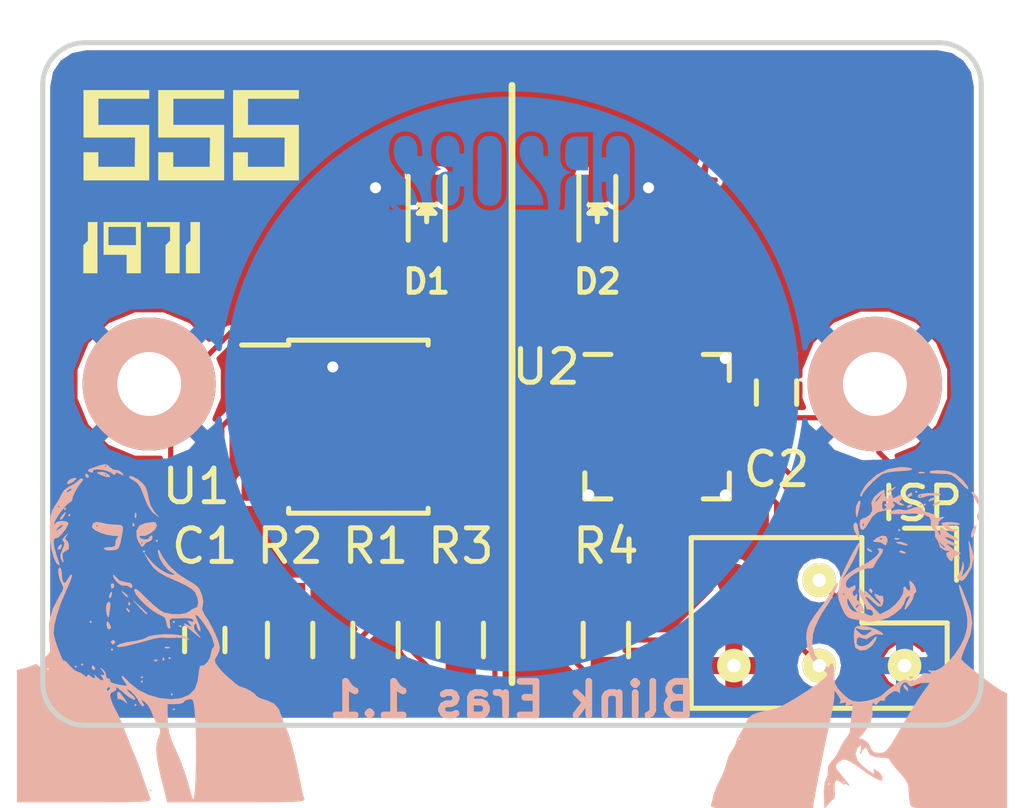
<source format=kicad_pcb>
(kicad_pcb (version 4) (host pcbnew 4.0.2-stable)
  (layers (0 F.Cu signal hide) (31 B.Cu signal) (34 B.Paste user) (35 F.Paste user) (36 B.SilkS user) (37 F.SilkS user) (38 B.Mask user) (39 F.Mask user) (44 Edge.Cuts user))
  (net 0 "")
  (net 1 VCC)
  (net 2 GND)
  (net 3 "Net-(C1-Pad1)")
  (net 4 "Net-(D1-Pad2)")
  (net 5 "Net-(D2-Pad2)")
  (net 6 /~RESET~)
  (net 7 "Net-(U2-Pad2)")
  (net 8 "Net-(U2-Pad5)")
  (net 9 /MOSI)
  (net 10 /MISO)
  (net 11 /SCK)
  (net 12 "Net-(R1-Pad2)")
  (net 13 "Net-(R3-Pad1)")
  (net 14 "Net-(U1-Pad5)")
  (module Capacitors_SMD:C_0603 (layer F.Cu) (at 152.654 100.584 90)
    (fp_text reference C2 (at -2.286 0 180) (layer F.SilkS))
    (fp_text value 1µ hide)
    (pad 1 smd rect (at -0.75 0 90) (size 0.8 0.75) (layers F.Cu F.Paste F.Mask) (net 1 VCC))
    (pad 2 smd rect (at 0.75 0 90) (size 0.8 0.75) (layers F.Cu F.Paste F.Mask) (net 2 GND))
  )
  (module Housings_SOIC:SOIC-8_3.9x4.9mm_Pitch1.27mm (layer F.Cu) (at 140.208 101.6)
    (fp_text reference U1 (at -4.826 1.778) (layer F.SilkS))
    (fp_text value ICM7555 hide)
    (pad 1 smd rect (at -2.7 -1.905) (size 1.55 0.6) (layers F.Cu F.Paste F.Mask) (net 2 GND))
    (pad 2 smd rect (at -2.7 -0.635) (size 1.55 0.6) (layers F.Cu F.Paste F.Mask) (net 3 "Net-(C1-Pad1)"))
    (pad 3 smd rect (at -2.7 0.635) (size 1.55 0.6) (layers F.Cu F.Paste F.Mask) (net 13 "Net-(R3-Pad1)"))
    (pad 4 smd rect (at -2.7 1.905) (size 1.55 0.6) (layers F.Cu F.Paste F.Mask) (net 1 VCC))
    (pad 5 smd rect (at 2.7 1.905) (size 1.55 0.6) (layers F.Cu F.Paste F.Mask) (net 14 "Net-(U1-Pad5)"))
    (pad 6 smd rect (at 2.7 0.635) (size 1.55 0.6) (layers F.Cu F.Paste F.Mask) (net 3 "Net-(C1-Pad1)"))
    (pad 7 smd rect (at 2.7 -0.635) (size 1.55 0.6) (layers F.Cu F.Paste F.Mask) (net 12 "Net-(R1-Pad2)"))
    (pad 8 smd rect (at 2.7 -1.905) (size 1.55 0.6) (layers F.Cu F.Paste F.Mask) (net 1 VCC))
  )
  (module Capacitors_SMD:C_0603_HandSoldering (layer F.Cu) (at 135.636 107.95 270)
    (fp_text reference C1 (at -2.794 0 360) (layer F.SilkS))
    (fp_text value 1µ hide)
    (pad 1 smd rect (at -0.95 0 270) (size 1.2 0.75) (layers F.Cu F.Paste F.Mask) (net 3 "Net-(C1-Pad1)"))
    (pad 2 smd rect (at 0.95 0 270) (size 1.2 0.75) (layers F.Cu F.Paste F.Mask) (net 2 GND))
  )
  (module LEDs:LED_0603 (layer F.Cu) (at 142.24 95.25 270)
    (fp_text reference D1 (at 2.032 0 360) (layer F.SilkS) (effects (font (size 0.7 0.7))))
    (fp_text value Red hide)
    (pad 2 smd rect (at 0.7493 0 90) (size 0.79756 0.79756) (layers F.Cu F.Paste F.Mask) (net 4 "Net-(D1-Pad2)"))
    (pad 1 smd rect (at -0.7493 0 90) (size 0.79756 0.79756) (layers F.Cu F.Paste F.Mask) (net 2 GND))
  )
  (module LEDs:LED_0603 (layer F.Cu) (at 147.32 95.25 270)
    (fp_text reference D2 (at 2.032 0 360) (layer F.SilkS) (effects (font (size 0.7 0.7))))
    (fp_text value Green hide)
    (pad 2 smd rect (at 0.7493 0 90) (size 0.79756 0.79756) (layers F.Cu F.Paste F.Mask) (net 5 "Net-(D2-Pad2)"))
    (pad 1 smd rect (at -0.7493 0 90) (size 0.79756 0.79756) (layers F.Cu F.Paste F.Mask) (net 2 GND))
  )
  (module Resistors_SMD:R_0603_HandSoldering (layer F.Cu) (at 140.716 107.95 270)
    (fp_text reference R1 (at -2.794 0 360) (layer F.SilkS))
    (fp_text value 1K hide)
    (pad 1 smd rect (at -1.1 0 270) (size 1.2 0.9) (layers F.Cu F.Paste F.Mask) (net 1 VCC))
    (pad 2 smd rect (at 1.1 0 270) (size 1.2 0.9) (layers F.Cu F.Paste F.Mask) (net 12 "Net-(R1-Pad2)"))
  )
  (module Resistors_SMD:R_0603_HandSoldering (layer F.Cu) (at 138.176 107.95 90)
    (fp_text reference R2 (at 2.794 0 180) (layer F.SilkS))
    (fp_text value 470K hide)
    (pad 1 smd rect (at -1.1 0 90) (size 1.2 0.9) (layers F.Cu F.Paste F.Mask) (net 12 "Net-(R1-Pad2)"))
    (pad 2 smd rect (at 1.1 0 90) (size 1.2 0.9) (layers F.Cu F.Paste F.Mask) (net 3 "Net-(C1-Pad1)"))
  )
  (module Resistors_SMD:R_0603_HandSoldering (layer F.Cu) (at 143.256 107.95 90)
    (fp_text reference R3 (at 2.794 0 180) (layer F.SilkS))
    (fp_text value 68 hide)
    (pad 1 smd rect (at -1.1 0 90) (size 1.2 0.9) (layers F.Cu F.Paste F.Mask) (net 13 "Net-(R3-Pad1)"))
    (pad 2 smd rect (at 1.1 0 90) (size 1.2 0.9) (layers F.Cu F.Paste F.Mask) (net 4 "Net-(D1-Pad2)"))
  )
  (module Resistors_SMD:R_0603_HandSoldering (layer F.Cu) (at 147.574 107.95 270)
    (fp_text reference R4 (at -2.794 0 360) (layer F.SilkS))
    (fp_text value 56 hide)
    (pad 1 smd rect (at -1.1 0 270) (size 1.2 0.9) (layers F.Cu F.Paste F.Mask) (net 7 "Net-(U2-Pad2)"))
    (pad 2 smd rect (at 1.1 0 270) (size 1.2 0.9) (layers F.Cu F.Paste F.Mask) (net 5 "Net-(D2-Pad2)"))
  )
  (module BlinkyFeet:QFN-20-1EP_4x4mm_Pitch0.5mm (layer F.Cu) (at 149.098 101.6)
    (fp_text reference U2 (at -3.302 -1.778) (layer F.SilkS))
    (fp_text value ATTINY85-M hide)
    (pad 1 smd rect (at -1.965 -1) (size 0.73 0.3) (layers F.Cu F.Paste F.Mask) (net 6 /~RESET~))
    (pad 2 smd rect (at -1.965 -0.5) (size 0.73 0.3) (layers F.Cu F.Paste F.Mask) (net 7 "Net-(U2-Pad2)"))
    (pad 3 smd rect (at -1.965 0) (size 0.73 0.3) (layers F.Cu F.Paste F.Mask))
    (pad 4 smd rect (at -1.965 0.5) (size 0.73 0.3) (layers F.Cu F.Paste F.Mask))
    (pad 5 smd rect (at -1.965 1) (size 0.73 0.3) (layers F.Cu F.Paste F.Mask) (net 8 "Net-(U2-Pad5)"))
    (pad 6 smd rect (at -1 1.965 90) (size 0.73 0.3) (layers F.Cu F.Paste F.Mask))
    (pad 7 smd rect (at -0.5 1.965 90) (size 0.73 0.3) (layers F.Cu F.Paste F.Mask))
    (pad 8 smd rect (at 0 1.965 90) (size 0.73 0.3) (layers F.Cu F.Paste F.Mask) (net 2 GND))
    (pad 9 smd rect (at 0.5 1.965 90) (size 0.73 0.3) (layers F.Cu F.Paste F.Mask))
    (pad 10 smd rect (at 1 1.965 90) (size 0.73 0.3) (layers F.Cu F.Paste F.Mask))
    (pad 11 smd rect (at 1.965 1) (size 0.73 0.3) (layers F.Cu F.Paste F.Mask) (net 9 /MOSI))
    (pad 12 smd rect (at 1.965 0.5) (size 0.73 0.3) (layers F.Cu F.Paste F.Mask) (net 10 /MISO))
    (pad 13 smd rect (at 1.965 0) (size 0.73 0.3) (layers F.Cu F.Paste F.Mask))
    (pad 14 smd rect (at 1.965 -0.5) (size 0.73 0.3) (layers F.Cu F.Paste F.Mask) (net 11 /SCK))
    (pad 15 smd rect (at 1.965 -1) (size 0.73 0.3) (layers F.Cu F.Paste F.Mask) (net 1 VCC))
    (pad 16 smd rect (at 1 -1.965 90) (size 0.73 0.3) (layers F.Cu F.Paste F.Mask))
    (pad 17 smd rect (at 0.5 -1.965 90) (size 0.73 0.3) (layers F.Cu F.Paste F.Mask))
    (pad 18 smd rect (at 0 -1.965 90) (size 0.73 0.3) (layers F.Cu F.Paste F.Mask))
    (pad 19 smd rect (at -0.5 -1.965 90) (size 0.73 0.3) (layers F.Cu F.Paste F.Mask))
    (pad 20 smd rect (at -1 -1.965 90) (size 0.73 0.3) (layers F.Cu F.Paste F.Mask))
    (pad 8 smd rect (at 0.625 0.625) (size 1.25 1.25) (layers F.Cu F.Paste F.Mask) (net 2 GND))
    (pad 8 smd rect (at 0.625 -0.625) (size 1.25 1.25) (layers F.Cu F.Paste F.Mask) (net 2 GND))
    (pad 8 smd rect (at -0.625 0.625) (size 1.25 1.25) (layers F.Cu F.Paste F.Mask) (net 2 GND))
    (pad 8 smd rect (at -0.625 -0.625) (size 1.25 1.25) (layers F.Cu F.Paste F.Mask) (net 2 GND))
  )
  (module "BlinkyFeet:AVR 1996 dilated" (layer F.Cu) (at 153.67 94.488)
    (fp_text reference G*** hide)
    (fp_text value LOGO hide)
  )
  (module BlinkyFeet:ISP_Pogo_5-thru (layer F.Cu) (at 156.464 106.172 270)
    (fp_text reference P1 hide)
    (fp_text value ISP (at -2.286 -0.508 360) (layer F.SilkS))
    (pad 1 smd rect (at 0 0 270) (size 1.2 1.2) (layers F.Cu F.Mask) (net 10 /MISO))
    (pad 2 thru_hole oval (at 2.54 0 270) (size 1 1) (drill 0.4) (layers *.Cu *.Mask F.SilkS) (net 1 VCC))
    (pad 3 thru_hole oval (at 0 2.54 270) (size 1 1) (drill 0.4) (layers *.Cu *.Mask F.SilkS) (net 11 /SCK))
    (pad 4 thru_hole oval (at 2.54 2.54 270) (size 1 1) (drill 0.4) (layers *.Cu *.Mask F.SilkS) (net 9 /MOSI))
    (pad 5 smd oval (at 0 5.08 270) (size 1 1) (layers F.Cu F.Mask) (net 6 /~RESET~))
    (pad 6 thru_hole oval (at 2.54 5.08 270) (size 1 1) (drill 0.4) (layers *.Cu *.Mask F.SilkS) (net 2 GND))
  )
  (module "BlinkyFeet:AVR 1996" (layer F.Cu) (at 153.67 94.488)
    (fp_text reference G*** hide)
    (fp_text value LOGO hide)
    (fp_poly (pts (xy 1.357398 1.055744) (xy 1.390376 1.0586) (xy 1.41935 1.063049) (xy 1.434364 1.066616) (xy 1.48829 1.086347) (xy 1.539121 1.11355) (xy 1.58639 1.147647) (xy 1.629624 1.188061) (xy 1.668355 1.234213) (xy 1.70211 1.285526) (xy 1.730421 1.341422) (xy 1.752816 1.401323) (xy 1.768826 1.46465) (xy 1.771822 1.481229) (xy 1.775357 1.511328) (xy 1.777249 1.547597) (xy 1.77755 1.587911) (xy 1.776317 1.630144) (xy 1.773601 1.672173) (xy 1.769457 1.711871) (xy 1.76526 1.739901) (xy 1.746187 1.826197) (xy 1.719892 1.908863) (xy 1.686576 1.987447) (xy 1.64644 2.061496) (xy 1.599686 2.130562) (xy 1.579408 2.156408) (xy 1.561605 2.176789) (xy 1.538908 2.20066) (xy 1.513094 2.226295) (xy 1.485935 2.251967) (xy 1.459208 2.275948) (xy 1.439203 2.292858) (xy 1.375483 2.341388) (xy 1.305902 2.388025) (xy 1.232399 2.431696) (xy 1.15691 2.471326) (xy 1.081375 2.505841) (xy 1.007731 2.534165) (xy 0.997945 2.537488) (xy 0.973616 2.545308) (xy 0.955843 2.550107) (xy 0.943307 2.551985) (xy 0.934693 2.551038) (xy 0.928683 2.547364) (xy 0.925096 2.542884) (xy 0.920746 2.533554) (xy 0.916809 2.520727) (xy 0.913871 2.50718) (xy 0.91252 2.495689) (xy 0.913341 2.489033) (xy 0.913643 2.488663) (xy 0.918982 2.48602) (xy 0.929777 2.481963) (xy 0.9398 2.478623) (xy 0.996179 2.458338) (xy 1.055243 2.432716) (xy 1.114805 2.402928) (xy 1.172679 2.370148) (xy 1.226675 2.335545) (xy 1.274608 2.300293) (xy 1.278466 2.297196) (xy 1.328895 2.252326) (xy 1.376681 2.201846) (xy 1.420491 2.147447) (xy 1.45899 2.09082) (xy 1.490844 2.033658) (xy 1.497696 2.019301) (xy 1.505894 2.000467) (xy 1.515023 1.977839) (xy 1.524318 1.953501) (xy 1.533011 1.929539) (xy 1.540339 1.908039) (xy 1.545534 1.891087) (xy 1.547213 1.884423) (xy 1.550278 1.870196) (xy 1.527614 1.887288) (xy 1.494864 1.908701) (xy 1.456197 1.928588) (xy 1.414149 1.945911) (xy 1.371256 1.959629) (xy 1.330053 1.968703) (xy 1.328342 1.968976) (xy 1.292178 1.97206) (xy 1.251421 1.971181) (xy 1.208801 1.966627) (xy 1.167046 1.958685) (xy 1.130204 1.948104) (xy 1.079875 1.926246) (xy 1.0337 1.897321) (xy 0.992062 1.861844) (xy 0.955345 1.820327) (xy 0.923929 1.773286) (xy 0.898199 1.721233) (xy 0.878537 1.664682) (xy 0.865324 1.604147) (xy 0.863225 1.589617) (xy 0.859613 1.53021) (xy 0.861171 1.508658) (xy 1.060472 1.508658) (xy 1.062491 1.539808) (xy 1.07105 1.601294) (xy 1.084946 1.65663) (xy 1.104 1.705663) (xy 1.128033 1.74824) (xy 1.156868 1.784208) (xy 1.190324 1.813415) (xy 1.228225 1.835707) (xy 1.270391 1.850933) (xy 1.316643 1.858938) (xy 1.366804 1.85957) (xy 1.420695 1.852677) (xy 1.426633 1.851496) (xy 1.469139 1.838854) (xy 1.508189 1.819425) (xy 1.542199 1.794009) (xy 1.54437 1.792008) (xy 1.570672 1.767417) (xy 1.575375 1.706034) (xy 1.578617 1.618357) (xy 1.574556 1.534705) (xy 1.563148 1.454748) (xy 1.544348 1.378154) (xy 1.524113 1.319475) (xy 1.501599 1.269539) (xy 1.476006 1.226779) (xy 1.447541 1.191369) (xy 1.416411 1.163483) (xy 1.382823 1.143292) (xy 1.346986 1.13097) (xy 1.309106 1.12669) (xy 1.293743 1.127244) (xy 1.25375 1.134225) (xy 1.217012 1.148827) (xy 1.183429 1.171129) (xy 1.152902 1.201209) (xy 1.125334 1.239145) (xy 1.104776 1.276351) (xy 1.083728 1.328385) (xy 1.069231 1.385051) (xy 1.061431 1.445443) (xy 1.060472 1.508658) (xy 0.861171 1.508658) (xy 0.86393 1.470495) (xy 0.875762 1.411452) (xy 0.894693 1.354065) (xy 0.920309 1.299316) (xy 0.952194 1.248188) (xy 0.989933 1.201661) (xy 1.033112 1.160719) (xy 1.050021 1.147453) (xy 1.097091 1.116688) (xy 1.147956 1.091166) (xy 1.200548 1.071762) (xy 1.252802 1.059351) (xy 1.261124 1.058053) (xy 1.290105 1.055339) (xy 1.323086 1.054613) (xy 1.357398 1.055744)) (layer F.Cu) (width 0.01))
    (fp_poly (pts (xy 2.500398 1.055744) (xy 2.533376 1.0586) (xy 2.56235 1.063049) (xy 2.577364 1.066616) (xy 2.63129 1.086347) (xy 2.682121 1.11355) (xy 2.72939 1.147647) (xy 2.772624 1.188061) (xy 2.811355 1.234213) (xy 2.84511 1.285526) (xy 2.873421 1.341422) (xy 2.895816 1.401323) (xy 2.911826 1.46465) (xy 2.914822 1.481229) (xy 2.918357 1.511328) (xy 2.920249 1.547597) (xy 2.92055 1.587911) (xy 2.919317 1.630144) (xy 2.916601 1.672173) (xy 2.912457 1.711871) (xy 2.90826 1.739901) (xy 2.889187 1.826197) (xy 2.862892 1.908863) (xy 2.829576 1.987447) (xy 2.78944 2.061496) (xy 2.742686 2.130562) (xy 2.722408 2.156408) (xy 2.704605 2.176789) (xy 2.681908 2.20066) (xy 2.656094 2.226295) (xy 2.628935 2.251967) (xy 2.602208 2.275948) (xy 2.582203 2.292858) (xy 2.518483 2.341388) (xy 2.448902 2.388025) (xy 2.375399 2.431696) (xy 2.29991 2.471326) (xy 2.224375 2.505841) (xy 2.150731 2.534165) (xy 2.140945 2.537488) (xy 2.116616 2.545308) (xy 2.098843 2.550107) (xy 2.086307 2.551985) (xy 2.077693 2.551038) (xy 2.071683 2.547364) (xy 2.068096 2.542884) (xy 2.063746 2.533554) (xy 2.059809 2.520727) (xy 2.056871 2.50718) (xy 2.05552 2.495689) (xy 2.056341 2.489033) (xy 2.056643 2.488663) (xy 2.061982 2.48602) (xy 2.072777 2.481963) (xy 2.082799 2.478623) (xy 2.139179 2.458338) (xy 2.198243 2.432716) (xy 2.257805 2.402928) (xy 2.315679 2.370148) (xy 2.369675 2.335545) (xy 2.417608 2.300293) (xy 2.421466 2.297196) (xy 2.471895 2.252326) (xy 2.519681 2.201846) (xy 2.563491 2.147447) (xy 2.60199 2.09082) (xy 2.633844 2.033658) (xy 2.640696 2.019301) (xy 2.648894 2.000467) (xy 2.658023 1.977839) (xy 2.667318 1.953501) (xy 2.676011 1.929539) (xy 2.683339 1.908039) (xy 2.688534 1.891087) (xy 2.690213 1.884423) (xy 2.693278 1.870196) (xy 2.670614 1.887288) (xy 2.637864 1.908701) (xy 2.599197 1.928588) (xy 2.557149 1.945911) (xy 2.514256 1.959629) (xy 2.473053 1.968703) (xy 2.471342 1.968976) (xy 2.435178 1.97206) (xy 2.394421 1.971181) (xy 2.351801 1.966627) (xy 2.310046 1.958685) (xy 2.273204 1.948104) (xy 2.222875 1.926246) (xy 2.1767 1.897321) (xy 2.135062 1.861844) (xy 2.098345 1.820327) (xy 2.066929 1.773286) (xy 2.041199 1.721233) (xy 2.021537 1.664682) (xy 2.008324 1.604147) (xy 2.006225 1.589617) (xy 2.002613 1.53021) (xy 2.004171 1.508658) (xy 2.203472 1.508658) (xy 2.205491 1.539808) (xy 2.21405 1.601294) (xy 2.227946 1.65663) (xy 2.247 1.705663) (xy 2.271033 1.74824) (xy 2.299868 1.784208) (xy 2.333324 1.813415) (xy 2.371225 1.835707) (xy 2.413391 1.850933) (xy 2.459643 1.858938) (xy 2.509804 1.85957) (xy 2.563695 1.852677) (xy 2.569633 1.851496) (xy 2.612139 1.838854) (xy 2.651189 1.819425) (xy 2.685199 1.794009) (xy 2.68737 1.792008) (xy 2.713672 1.767417) (xy 2.718375 1.706034) (xy 2.721617 1.618357) (xy 2.717556 1.534705) (xy 2.706148 1.454748) (xy 2.687348 1.378154) (xy 2.667113 1.319475) (xy 2.644599 1.269539) (xy 2.619006 1.226779) (xy 2.590541 1.191369) (xy 2.559411 1.163483) (xy 2.525823 1.143292) (xy 2.489986 1.13097) (xy 2.452106 1.12669) (xy 2.436743 1.127244) (xy 2.39675 1.134225) (xy 2.360012 1.148827) (xy 2.326429 1.171129) (xy 2.295902 1.201209) (xy 2.268334 1.239145) (xy 2.247776 1.276351) (xy 2.226728 1.328385) (xy 2.212231 1.385051) (xy 2.204431 1.445443) (xy 2.203472 1.508658) (xy 2.004171 1.508658) (xy 2.00693 1.470495) (xy 2.018762 1.411452) (xy 2.037693 1.354065) (xy 2.063309 1.299316) (xy 2.095194 1.248188) (xy 2.132933 1.201661) (xy 2.176112 1.160719) (xy 2.193021 1.147453) (xy 2.240091 1.116688) (xy 2.290956 1.091166) (xy 2.343548 1.071762) (xy 2.395802 1.059351) (xy 2.404124 1.058053) (xy 2.433105 1.055339) (xy 2.466086 1.054613) (xy 2.500398 1.055744)) (layer F.Cu) (width 0.01))
    (fp_poly (pts (xy 3.989533 1.052423) (xy 3.994939 1.058059) (xy 4.000843 1.069699) (xy 4.006276 1.08501) (xy 4.010272 1.101656) (xy 4.010524 1.103111) (xy 4.012695 1.116137) (xy 3.952622 1.138421) (xy 3.865186 1.174539) (xy 3.784126 1.215615) (xy 3.709586 1.261527) (xy 3.64171 1.312157) (xy 3.580642 1.367382) (xy 3.526524 1.427082) (xy 3.479501 1.491137) (xy 3.439716 1.559425) (xy 3.431102 1.576761) (xy 3.423204 1.594123) (xy 3.41454 1.614711) (xy 3.405626 1.637108) (xy 3.396977 1.659898) (xy 3.389108 1.681663) (xy 3.382533 1.700986) (xy 3.377768 1.716451) (xy 3.375328 1.72664) (xy 3.375389 1.730035) (xy 3.379436 1.728637) (xy 3.388586 1.723319) (xy 3.401081 1.715125) (xy 3.404989 1.712423) (xy 3.439437 1.691248) (xy 3.479371 1.671593) (xy 3.52181 1.654856) (xy 3.541206 1.648565) (xy 3.575375 1.640769) (xy 3.614575 1.635937) (xy 3.65586 1.634201) (xy 3.696283 1.635689) (xy 3.731157 1.640199) (xy 3.788163 1.65488) (xy 3.840557 1.67657) (xy 3.888122 1.705041) (xy 3.930642 1.740065) (xy 3.967901 1.781415) (xy 3.99968 1.828863) (xy 4.025763 1.882181) (xy 4.045934 1.941141) (xy 4.055467 1.980876) (xy 4.061858 2.024598) (xy 4.063998 2.073128) (xy 4.064 2.074334) (xy 4.059963 2.137462) (xy 4.048148 2.19837) (xy 4.028998 2.256475) (xy 4.002955 2.311194) (xy 3.970463 2.361944) (xy 3.931964 2.408141) (xy 3.8879 2.449203) (xy 3.838715 2.484545) (xy 3.784852 2.513586) (xy 3.726752 2.535741) (xy 3.710027 2.540567) (xy 3.687759 2.545054) (xy 3.659755 2.548447) (xy 3.628335 2.55068) (xy 3.595817 2.551682) (xy 3.564519 2.551387) (xy 3.53676 2.549724) (xy 3.51486 2.546626) (xy 3.513666 2.546367) (xy 3.457036 2.529705) (xy 3.404499 2.505848) (xy 3.355867 2.474659) (xy 3.310952 2.436003) (xy 3.269566 2.389746) (xy 3.240784 2.350064) (xy 3.211948 2.30212) (xy 3.188607 2.252623) (xy 3.169877 2.19942) (xy 3.155127 2.141537) (xy 3.151624 2.118935) (xy 3.149183 2.089799) (xy 3.147801 2.055998) (xy 3.147477 2.019396) (xy 3.148169 1.983822) (xy 3.346245 1.983822) (xy 3.348776 2.04918) (xy 3.355381 2.112061) (xy 3.365834 2.171896) (xy 3.379913 2.228118) (xy 3.397393 2.280158) (xy 3.418049 2.32745) (xy 3.441659 2.369424) (xy 3.467997 2.405513) (xy 3.496839 2.43515) (xy 3.527962 2.457765) (xy 3.561141 2.472793) (xy 3.5684 2.474945) (xy 3.590163 2.478737) (xy 3.61599 2.480169) (xy 3.641796 2.479183) (xy 3.661347 2.476247) (xy 3.696169 2.464011) (xy 3.729581 2.444038) (xy 3.760833 2.41703) (xy 3.789175 2.38369) (xy 3.813857 2.344722) (xy 3.824613 2.323298) (xy 3.842601 2.275734) (xy 3.855247 2.223562) (xy 3.862597 2.168315) (xy 3.864695 2.11153) (xy 3.861588 2.054741) (xy 3.85332 1.999484) (xy 3.839937 1.947294) (xy 3.821484 1.899705) (xy 3.811508 1.880147) (xy 3.796284 1.857028) (xy 3.776376 1.833016) (xy 3.753733 1.810026) (xy 3.730303 1.789972) (xy 3.708032 1.774767) (xy 3.699933 1.770495) (xy 3.657132 1.754867) (xy 3.6102 1.746468) (xy 3.559521 1.745364) (xy 3.556076 1.745548) (xy 3.509079 1.750712) (xy 3.46813 1.760679) (xy 3.431999 1.775922) (xy 3.399457 1.796919) (xy 3.379881 1.813657) (xy 3.352538 1.839384) (xy 3.348012 1.916553) (xy 3.346245 1.983822) (xy 3.148169 1.983822) (xy 3.148208 1.981862) (xy 3.149991 1.945261) (xy 3.152824 1.911459) (xy 3.155442 1.890395) (xy 3.170622 1.81037) (xy 3.192325 1.732239) (xy 3.220088 1.65716) (xy 3.253448 1.586294) (xy 3.29194 1.5208) (xy 3.317872 1.48381) (xy 3.362189 1.430138) (xy 3.413995 1.376864) (xy 3.472318 1.324717) (xy 3.536187 1.274426) (xy 3.604629 1.226717) (xy 3.676674 1.182321) (xy 3.75135 1.141965) (xy 3.812612 1.112953) (xy 3.837901 1.102149) (xy 3.864775 1.091386) (xy 3.891959 1.081103) (xy 3.918174 1.071736) (xy 3.942144 1.063721) (xy 3.962593 1.057497) (xy 3.978242 1.053499) (xy 3.987815 1.052165) (xy 3.989533 1.052423)) (layer F.Cu) (width 0.01))
    (fp_poly (pts (xy 0.296211 1.06629) (xy 0.303154 1.07786) (xy 0.303224 1.078026) (xy 0.306005 1.085734) (xy 0.307337 1.093502) (xy 0.307185 1.10338) (xy 0.305512 1.117417) (xy 0.302282 1.137661) (xy 0.302167 1.138351) (xy 0.301102 1.14519) (xy 0.300139 1.15267) (xy 0.299271 1.161238) (xy 0.298491 1.17134) (xy 0.297794 1.183424) (xy 0.297172 1.197936) (xy 0.29662 1.215323) (xy 0.29613 1.236033) (xy 0.295698 1.260512) (xy 0.295315 1.289207) (xy 0.294976 1.322565) (xy 0.294675 1.361033) (xy 0.294405 1.405057) (xy 0.294159 1.455086) (xy 0.293932 1.511566) (xy 0.293717 1.574943) (xy 0.293507 1.645664) (xy 0.293296 1.724177) (xy 0.293186 1.767417) (xy 0.292983 1.856146) (xy 0.292842 1.936796) (xy 0.292769 2.009756) (xy 0.29277 2.075414) (xy 0.292849 2.134157) (xy 0.293013 2.186375) (xy 0.293267 2.232455) (xy 0.293616 2.272785) (xy 0.294066 2.307754) (xy 0.294622 2.337749) (xy 0.29529 2.363159) (xy 0.296075 2.384371) (xy 0.296983 2.401774) (xy 0.298019 2.415756) (xy 0.299188 2.426705) (xy 0.300497 2.43501) (xy 0.301951 2.441057) (xy 0.302721 2.443324) (xy 0.309598 2.450678) (xy 0.323968 2.457924) (xy 0.34486 2.464775) (xy 0.371302 2.470947) (xy 0.402324 2.476155) (xy 0.423333 2.478764) (xy 0.437936 2.480987) (xy 0.449033 2.483858) (xy 0.45396 2.486535) (xy 0.456065 2.494344) (xy 0.45695 2.507076) (xy 0.456661 2.521283) (xy 0.455243 2.533517) (xy 0.453268 2.539657) (xy 0.451135 2.541444) (xy 0.446711 2.542695) (xy 0.439056 2.543413) (xy 0.427228 2.543602) (xy 0.410288 2.543265) (xy 0.387293 2.542406) (xy 0.357305 2.541027) (xy 0.337537 2.54005) (xy 0.26108 2.537278) (xy 0.183202 2.536644) (xy 0.101769 2.538165) (xy 0.01465 2.541857) (xy -0.000708 2.542692) (xy -0.050098 2.545457) (xy -0.05269 2.526854) (xy -0.053511 2.512016) (xy -0.052322 2.498314) (xy -0.051683 2.495551) (xy -0.049904 2.490165) (xy -0.047164 2.486327) (xy -0.041968 2.48348) (xy -0.03282 2.481067) (xy -0.018225 2.478532) (xy 0.002313 2.475465) (xy 0.035295 2.469978) (xy 0.061995 2.464158) (xy 0.081772 2.458179) (xy 0.093988 2.452214) (xy 0.096665 2.44981) (xy 0.098756 2.446964) (xy 0.100643 2.44345) (xy 0.102336 2.438836) (xy 0.10385 2.432691) (xy 0.105195 2.424581) (xy 0.106383 2.414075) (xy 0.107427 2.400741) (xy 0.108339 2.384146) (xy 0.10913 2.363858) (xy 0.109812 2.339446) (xy 0.110398 2.310476) (xy 0.110899 2.276517) (xy 0.111328 2.237137) (xy 0.111697 2.191903) (xy 0.112016 2.140383) (xy 0.112299 2.082145) (xy 0.112558 2.016758) (xy 0.112804 1.943787) (xy 0.113049 1.862803) (xy 0.113061 1.858854) (xy 0.113292 1.769779) (xy 0.11344 1.688993) (xy 0.113503 1.616317) (xy 0.113482 1.551575) (xy 0.113374 1.494587) (xy 0.11318 1.445177) (xy 0.112898 1.403167) (xy 0.112527 1.368377) (xy 0.112066 1.340632) (xy 0.111514 1.319753) (xy 0.11087 1.305562) (xy 0.110134 1.297882) (xy 0.110051 1.297445) (xy 0.1025 1.276169) (xy 0.090081 1.261784) (xy 0.076999 1.255303) (xy 0.065973 1.254661) (xy 0.048298 1.256993) (xy 0.025147 1.262031) (xy -0.00231 1.269504) (xy -0.0329 1.279142) (xy -0.046029 1.283641) (xy -0.094173 1.300519) (xy -0.104368 1.290324) (xy -0.112285 1.278762) (xy -0.116958 1.265368) (xy -0.119354 1.250608) (xy -0.064969 1.2257) (xy -0.048279 1.217983) (xy -0.025249 1.207227) (xy 0.00282 1.194045) (xy 0.03463 1.179048) (xy 0.06888 1.162851) (xy 0.104272 1.146065) (xy 0.134514 1.13168) (xy 0.167357 1.116141) (xy 0.198046 1.101822) (xy 0.225687 1.089125) (xy 0.249386 1.078452) (xy 0.268249 1.070204) (xy 0.281383 1.064784) (xy 0.287894 1.062594) (xy 0.288189 1.062567) (xy 0.296211 1.06629)) (layer F.Cu) (width 0.01))
    (fp_poly (pts (xy -2.221359 -2.91929) (xy -2.210699 -2.914853) (xy -2.205375 -2.911444) (xy -2.203466 -2.907211) (xy -2.198678 -2.895438) (xy -2.191152 -2.876494) (xy -2.18103 -2.850747) (xy -2.168453 -2.818567) (xy -2.153564 -2.780322) (xy -2.136504 -2.736382) (xy -2.117414 -2.687116) (xy -2.096437 -2.632892) (xy -2.073713 -2.57408) (xy -2.049385 -2.511048) (xy -2.023595 -2.444166) (xy -1.996483 -2.373803) (xy -1.968192 -2.300327) (xy -1.938863 -2.224108) (xy -1.908638 -2.145514) (xy -1.877658 -2.064915) (xy -1.846066 -1.982679) (xy -1.814002 -1.899177) (xy -1.781609 -1.814775) (xy -1.749028 -1.729845) (xy -1.716401 -1.644753) (xy -1.683869 -1.559871) (xy -1.651575 -1.475566) (xy -1.619659 -1.392207) (xy -1.588264 -1.310164) (xy -1.55753 -1.229806) (xy -1.527601 -1.151501) (xy -1.498617 -1.075619) (xy -1.47072 -1.002528) (xy -1.444051 -0.932598) (xy -1.418753 -0.866197) (xy -1.394967 -0.803695) (xy -1.372835 -0.745461) (xy -1.352498 -0.691863) (xy -1.334098 -0.64327) (xy -1.317777 -0.600052) (xy -1.304621 -0.565095) (xy -1.29278 -0.533763) (xy -1.281483 -0.504243) (xy -1.271178 -0.477675) (xy -1.262312 -0.455203) (xy -1.255335 -0.437969) (xy -1.250693 -0.427117) (xy -1.249677 -0.424985) (xy -1.234086 -0.402574) (xy -1.21093 -0.380776) (xy -1.181107 -0.36007) (xy -1.145518 -0.340934) (xy -1.105063 -0.323848) (xy -1.06064 -0.30929) (xy -1.013151 -0.29774) (xy -1.009206 -0.296952) (xy -0.971551 -0.289556) (xy -0.965905 -0.272836) (xy -0.963847 -0.262512) (xy -0.962494 -0.247303) (xy -0.961841 -0.229424) (xy -0.961881 -0.211088) (xy -0.962609 -0.19451) (xy -0.964019 -0.181904) (xy -0.966107 -0.175484) (xy -0.966151 -0.175438) (xy -0.970861 -0.175083) (xy -0.983028 -0.175292) (xy -1.001665 -0.176016) (xy -1.025783 -0.177208) (xy -1.054396 -0.178819) (xy -1.086515 -0.180802) (xy -1.114129 -0.182628) (xy -1.251412 -0.189676) (xy -1.393891 -0.192604) (xy -1.539366 -0.191411) (xy -1.685637 -0.186095) (xy -1.743363 -0.182846) (xy -1.778138 -0.180693) (xy -1.810239 -0.178717) (xy -1.838688 -0.176978) (xy -1.862503 -0.175534) (xy -1.880705 -0.174444) (xy -1.892313 -0.17377) (xy -1.896308 -0.173566) (xy -1.901639 -0.177459) (xy -1.90585 -0.187886) (xy -1.908801 -0.202973) (xy -1.91035 -0.220845) (xy -1.910354 -0.239625) (xy -1.908672 -0.25744) (xy -1.905163 -0.272413) (xy -1.904009 -0.275431) (xy -1.897629 -0.290513) (xy -1.850198 -0.295929) (xy -1.806528 -0.301926) (xy -1.766804 -0.30939) (xy -1.731811 -0.31807) (xy -1.702333 -0.32772) (xy -1.679156 -0.338091) (xy -1.663064 -0.348934) (xy -1.656051 -0.357347) (xy -1.649971 -0.3761) (xy -1.648368 -0.401774) (xy -1.651225 -0.43412) (xy -1.658523 -0.472883) (xy -1.667016 -0.50644) (xy -1.675823 -0.536832) (xy -1.686703 -0.571995) (xy -1.699397 -0.611238) (xy -1.713646 -0.653873) (xy -1.72919 -0.699207) (xy -1.74577 -0.746551) (xy -1.763126 -0.795214) (xy -1.781001 -0.844507) (xy -1.799134 -0.893738) (xy -1.817266 -0.942218) (xy -1.835138 -0.989256) (xy -1.852491 -1.034163) (xy -1.869066 -1.076246) (xy -1.884602 -1.114818) (xy -1.898842 -1.149186) (xy -1.911525 -1.178661) (xy -1.922394 -1.202552) (xy -1.931187 -1.22017) (xy -1.937647 -1.230823) (xy -1.940006 -1.233388) (xy -1.942296 -1.234875) (xy -1.945294 -1.236166) (xy -1.949583 -1.237273) (xy -1.955745 -1.238212) (xy -1.964365 -1.238998) (xy -1.976026 -1.239645) (xy -1.991311 -1.240167) (xy -2.010804 -1.24058) (xy -2.035087 -1.240897) (xy -2.064744 -1.241134) (xy -2.100359 -1.241305) (xy -2.142515 -1.241424) (xy -2.191795 -1.241507) (xy -2.248783 -1.241567) (xy -2.267542 -1.241583) (xy -2.341166 -1.241525) (xy -2.411259 -1.241233) (xy -2.477344 -1.24072) (xy -2.538942 -1.239994) (xy -2.595573 -1.239068) (xy -2.646758 -1.237953) (xy -2.69202 -1.236658) (xy -2.73088 -1.235196) (xy -2.762858 -1.233576) (xy -2.787477 -1.23181) (xy -2.804257 -1.22991) (xy -2.807794 -1.229294) (xy -2.818052 -1.224747) (xy -2.823896 -1.21871) (xy -2.82651 -1.212591) (xy -2.831709 -1.199344) (xy -2.839184 -1.179801) (xy -2.848627 -1.154793) (xy -2.859732 -1.12515) (xy -2.87219 -1.091703) (xy -2.885694 -1.055283) (xy -2.899936 -1.01672) (xy -2.914608 -0.976844) (xy -2.929403 -0.936488) (xy -2.944013 -0.896481) (xy -2.95813 -0.857654) (xy -2.971447 -0.820838) (xy -2.97807 -0.802442) (xy -2.99936 -0.741836) (xy -3.017241 -0.687806) (xy -3.031977 -0.639295) (xy -3.043832 -0.595252) (xy -3.05307 -0.554622) (xy -3.059955 -0.516351) (xy -3.06475 -0.479385) (xy -3.067586 -0.444925) (xy -3.068641 -0.423209) (xy -3.068609 -0.407965) (xy -3.067357 -0.397254) (xy -3.064752 -0.389135) (xy -3.063614 -0.386775) (xy -3.052809 -0.371766) (xy -3.036679 -0.356397) (xy -3.017901 -0.343081) (xy -3.010841 -0.339169) (xy -2.988987 -0.329982) (xy -2.96046 -0.320927) (xy -2.92705 -0.312414) (xy -2.890547 -0.304854) (xy -2.852741 -0.298657) (xy -2.815421 -0.294233) (xy -2.814358 -0.294135) (xy -2.781799 -0.291151) (xy -2.777316 -0.27025) (xy -2.775078 -0.255542) (xy -2.773643 -0.237515) (xy -2.773032 -0.218498) (xy -2.773268 -0.200819) (xy -2.774371 -0.186809) (xy -2.776364 -0.178796) (xy -2.77646 -0.178637) (xy -2.778882 -0.177104) (xy -2.784388 -0.176179) (xy -2.793817 -0.175889) (xy -2.808007 -0.176262) (xy -2.827794 -0.177324) (xy -2.854017 -0.179105) (xy -2.887514 -0.181632) (xy -2.902337 -0.182794) (xy -2.990808 -0.188364) (xy -3.085279 -0.19168) (xy -3.183591 -0.192742) (xy -3.283583 -0.191549) (xy -3.383094 -0.188103) (xy -3.473985 -0.182828) (xy -3.512921 -0.180081) (xy -3.54425 -0.177881) (xy -3.568815 -0.176217) (xy -3.587457 -0.17508) (xy -3.601017 -0.174458) (xy -3.610337 -0.174341) (xy -3.61626 -0.174718) (xy -3.619626 -0.175579) (xy -3.621277 -0.176914) (xy -3.622056 -0.178712) (xy -3.622803 -0.180962) (xy -3.622808 -0.180974) (xy -3.624286 -0.189029) (xy -3.625249 -0.203142) (xy -3.625698 -0.220918) (xy -3.625636 -0.239966) (xy -3.625063 -0.257892) (xy -3.623983 -0.272303) (xy -3.622733 -0.279768) (xy -3.620755 -0.28495) (xy -3.617137 -0.288499) (xy -3.610172 -0.291047) (xy -3.598153 -0.293228) (xy -3.580022 -0.295594) (xy -3.549907 -0.300205) (xy -3.517926 -0.306667) (xy -3.486244 -0.314414) (xy -3.457025 -0.322883) (xy -3.432435 -0.33151) (xy -3.41827 -0.337774) (xy -3.402037 -0.34739) (xy -3.3864 -0.358849) (xy -3.377553 -0.36687) (xy -3.358861 -0.389266) (xy -3.33834 -0.418854) (xy -3.316523 -0.454696) (xy -3.293946 -0.495856) (xy -3.271144 -0.541397) (xy -3.248651 -0.59038) (xy -3.244333 -0.600285) (xy -3.241005 -0.608357) (xy -3.23475 -0.623919) (xy -3.225723 -0.646577) (xy -3.21408 -0.675935) (xy -3.199974 -0.711598) (xy -3.183561 -0.75317) (xy -3.164997 -0.800256) (xy -3.144436 -0.852462) (xy -3.122032 -0.909391) (xy -3.097942 -0.970649) (xy -3.07232 -1.03584) (xy -3.045321 -1.104569) (xy -3.0171 -1.17644) (xy -2.987813 -1.251059) (xy -2.957613 -1.328031) (xy -2.926656 -1.406959) (xy -2.926542 -1.407251) (xy -2.747434 -1.407251) (xy -2.744307 -1.400358) (xy -2.742023 -1.398891) (xy -2.733861 -1.397402) (xy -2.718052 -1.396059) (xy -2.695412 -1.394862) (xy -2.666759 -1.393816) (xy -2.632911 -1.392921) (xy -2.594687 -1.392182) (xy -2.552902 -1.3916) (xy -2.508375 -1.391177) (xy -2.461924 -1.390917) (xy -2.414366 -1.390822) (xy -2.366519 -1.390894) (xy -2.319201 -1.391136) (xy -2.273228 -1.391551) (xy -2.229419 -1.39214) (xy -2.188592 -1.392907) (xy -2.151563 -1.393853) (xy -2.119152 -1.394982) (xy -2.092174 -1.396296) (xy -2.083145 -1.39687) (xy -2.055456 -1.399011) (xy -2.035164 -1.401236) (xy -2.021201 -1.403828) (xy -2.012499 -1.407069) (xy -2.007991 -1.411243) (xy -2.006608 -1.416633) (xy -2.0066 -1.41717) (xy -2.008015 -1.422496) (xy -2.012117 -1.435054) (xy -2.018697 -1.454267) (xy -2.027542 -1.479559) (xy -2.038442 -1.510351) (xy -2.051185 -1.546068) (xy -2.06556 -1.586132) (xy -2.081356 -1.629967) (xy -2.098363 -1.676995) (xy -2.116368 -1.726641) (xy -2.13516 -1.778327) (xy -2.154529 -1.831477) (xy -2.174264 -1.885513) (xy -2.194152 -1.939859) (xy -2.213983 -1.993937) (xy -2.233546 -2.047172) (xy -2.252629 -2.098987) (xy -2.271022 -2.148803) (xy -2.288513 -2.196046) (xy -2.304892 -2.240137) (xy -2.319946 -2.2805) (xy -2.333465 -2.316559) (xy -2.345237 -2.347735) (xy -2.355052 -2.373454) (xy -2.362698 -2.393137) (xy -2.367964 -2.406208) (xy -2.370639 -2.41209) (xy -2.370921 -2.412347) (xy -2.3731 -2.407159) (xy -2.377992 -2.394678) (xy -2.38538 -2.375485) (xy -2.395049 -2.350158) (xy -2.406779 -2.319279) (xy -2.420355 -2.283425) (xy -2.43556 -2.243176) (xy -2.452176 -2.199112) (xy -2.469986 -2.151813) (xy -2.488774 -2.101857) (xy -2.508321 -2.049824) (xy -2.528412 -1.996294) (xy -2.548828 -1.941845) (xy -2.569354 -1.887059) (xy -2.589771 -1.832513) (xy -2.609864 -1.778788) (xy -2.629414 -1.726462) (xy -2.648204 -1.676116) (xy -2.666019 -1.628329) (xy -2.68264 -1.583679) (xy -2.69785 -1.542748) (xy -2.711433 -1.506113) (xy -2.723171 -1.474355) (xy -2.732847 -1.448053) (xy -2.740245 -1.427787) (xy -2.745147 -1.414136) (xy -2.747336 -1.407678) (xy -2.747434 -1.407251) (xy -2.926542 -1.407251) (xy -2.895097 -1.487448) (xy -2.863092 -1.569105) (xy -2.830794 -1.651532) (xy -2.79836 -1.734335) (xy -2.765943 -1.817119) (xy -2.7337 -1.899488) (xy -2.701784 -1.981047) (xy -2.670352 -2.061401) (xy -2.639557 -2.140154) (xy -2.609556 -2.216912) (xy -2.580502 -2.291279) (xy -2.552552 -2.362859) (xy -2.525859 -2.431258) (xy -2.500579 -2.496081) (xy -2.476868 -2.556931) (xy -2.454879 -2.613414) (xy -2.448855 -2.628899) (xy -2.430719 -2.675247) (xy -2.415225 -2.714203) (xy -2.402129 -2.746334) (xy -2.391188 -2.772209) (xy -2.382159 -2.792394) (xy -2.3748 -2.807459) (xy -2.368865 -2.81797) (xy -2.366147 -2.82198) (xy -2.351687 -2.838911) (xy -2.333493 -2.85632) (xy -2.31293 -2.873291) (xy -2.291359 -2.888906) (xy -2.270144 -2.902251) (xy -2.250648 -2.912409) (xy -2.234234 -2.918464) (xy -2.222265 -2.9195) (xy -2.221359 -2.91929)) (layer F.Cu) (width 0.01))
    (fp_poly (pts (xy 1.621967 -2.914826) (xy 1.641004 -2.914209) (xy 1.665642 -2.913185) (xy 1.694928 -2.911796) (xy 1.727914 -2.910081) (xy 1.763649 -2.908081) (xy 1.768376 -2.907806) (xy 1.816888 -2.905185) (xy 1.865903 -2.902985) (xy 1.916195 -2.9012) (xy 1.968536 -2.899821) (xy 2.023699 -2.898843) (xy 2.082455 -2.898259) (xy 2.145579 -2.898062) (xy 2.213843 -2.898244) (xy 2.288018 -2.898799) (xy 2.368878 -2.899721) (xy 2.457196 -2.901001) (xy 2.484966 -2.90145) (xy 2.540415 -2.902318) (xy 2.588301 -2.902934) (xy 2.629525 -2.903255) (xy 2.664987 -2.903243) (xy 2.69559 -2.902855) (xy 2.722232 -2.902051) (xy 2.745816 -2.900791) (xy 2.767243 -2.899033) (xy 2.787412 -2.896737) (xy 2.807226 -2.893862) (xy 2.827585 -2.890368) (xy 2.84939 -2.886213) (xy 2.857499 -2.884601) (xy 2.933637 -2.86544) (xy 3.009489 -2.838794) (xy 3.083418 -2.80543) (xy 3.153786 -2.766115) (xy 3.218955 -2.721615) (xy 3.238727 -2.706176) (xy 3.264912 -2.683525) (xy 3.292526 -2.65703) (xy 3.319758 -2.628622) (xy 3.344797 -2.600235) (xy 3.365834 -2.573801) (xy 3.375325 -2.560371) (xy 3.390581 -2.535619) (xy 3.4069 -2.506062) (xy 3.423005 -2.47428) (xy 3.437621 -2.44285) (xy 3.449472 -2.414352) (xy 3.454536 -2.4003) (xy 3.467163 -2.355674) (xy 3.477048 -2.307089) (xy 3.483811 -2.257356) (xy 3.487069 -2.209286) (xy 3.486442 -2.165691) (xy 3.486419 -2.165349) (xy 3.477626 -2.097446) (xy 3.460646 -2.030042) (xy 3.435759 -1.963574) (xy 3.403244 -1.898482) (xy 3.36338 -1.835203) (xy 3.316448 -1.774178) (xy 3.262726 -1.715844) (xy 3.202495 -1.66064) (xy 3.136033 -1.609004) (xy 3.128433 -1.603616) (xy 3.097479 -1.583298) (xy 3.06284 -1.562931) (xy 3.027673 -1.544263) (xy 2.995133 -1.529041) (xy 2.989303 -1.526598) (xy 2.973841 -1.519875) (xy 2.961943 -1.51395) (xy 2.955375 -1.509738) (xy 2.95463 -1.508639) (xy 2.956853 -1.503599) (xy 2.963027 -1.492198) (xy 2.972651 -1.475277) (xy 2.985227 -1.453678) (xy 3.000251 -1.428241) (xy 3.017224 -1.399808) (xy 3.035645 -1.369218) (xy 3.055013 -1.337314) (xy 3.074828 -1.304936) (xy 3.094588 -1.272926) (xy 3.104304 -1.257299) (xy 3.160554 -1.168552) (xy 3.220149 -1.077448) (xy 3.283577 -0.983268) (xy 3.35133 -0.885297) (xy 3.4239 -0.782816) (xy 3.501778 -0.675108) (xy 3.517174 -0.654049) (xy 3.545692 -0.615191) (xy 3.569918 -0.582413) (xy 3.590498 -0.554917) (xy 3.608076 -0.531904) (xy 3.623297 -0.512575) (xy 3.636804 -0.496132) (xy 3.649243 -0.481776) (xy 3.661258 -0.468709) (xy 3.673495 -0.456131) (xy 3.686597 -0.443244) (xy 3.689877 -0.440079) (xy 3.735865 -0.40027) (xy 3.784079 -0.367559) (xy 3.835595 -0.341431) (xy 3.89149 -0.321373) (xy 3.952842 -0.306871) (xy 3.977779 -0.302715) (xy 4.005272 -0.298597) (xy 4.025561 -0.295422) (xy 4.039806 -0.292834) (xy 4.04917 -0.290477) (xy 4.054814 -0.287995) (xy 4.0579 -0.285031) (xy 4.059589 -0.28123) (xy 4.060734 -0.277283) (xy 4.062409 -0.264545) (xy 4.062307 -0.246297) (xy 4.060617 -0.225265) (xy 4.057527 -0.204176) (xy 4.054814 -0.191558) (xy 4.050294 -0.173566) (xy 3.988355 -0.173625) (xy 3.945942 -0.174143) (xy 3.898279 -0.175537) (xy 3.847943 -0.177677) (xy 3.797511 -0.180433) (xy 3.749559 -0.183674) (xy 3.706663 -0.18727) (xy 3.694311 -0.188487) (xy 3.620179 -0.198175) (xy 3.55322 -0.211404) (xy 3.492788 -0.228462) (xy 3.438236 -0.249642) (xy 3.388919 -0.275234) (xy 3.344191 -0.305529) (xy 3.303406 -0.340818) (xy 3.265917 -0.381392) (xy 3.26589 -0.381426) (xy 3.255967 -0.39418) (xy 3.241795 -0.413644) (xy 3.223664 -0.439376) (xy 3.201862 -0.470939) (xy 3.17668 -0.507892) (xy 3.148407 -0.549798) (xy 3.117332 -0.596216) (xy 3.083744 -0.646707) (xy 3.047933 -0.700833) (xy 3.010188 -0.758154) (xy 2.970799 -0.81823) (xy 2.930055 -0.880623) (xy 2.888245 -0.944894) (xy 2.845658 -1.010604) (xy 2.802585 -1.077312) (xy 2.759314 -1.14458) (xy 2.716135 -1.21197) (xy 2.673337 -1.27904) (xy 2.642788 -1.327098) (xy 2.597149 -1.399012) (xy 2.538763 -1.42875) (xy 2.403915 -1.430123) (xy 2.269066 -1.431496) (xy 2.269108 -0.983506) (xy 2.269158 -0.912602) (xy 2.269291 -0.845099) (xy 2.269504 -0.781504) (xy 2.269791 -0.722322) (xy 2.270149 -0.668061) (xy 2.270573 -0.619226) (xy 2.271058 -0.576325) (xy 2.2716 -0.539862) (xy 2.272195 -0.510345) (xy 2.272838 -0.48828) (xy 2.273525 -0.474173) (xy 2.273528 -0.474133) (xy 2.276985 -0.434419) (xy 2.281182 -0.401309) (xy 2.286034 -0.375271) (xy 2.291454 -0.356775) (xy 2.297059 -0.346607) (xy 2.307771 -0.33911) (xy 2.326009 -0.331431) (xy 2.350844 -0.323783) (xy 2.381345 -0.31638) (xy 2.416581 -0.309435) (xy 2.455621 -0.303161) (xy 2.497536 -0.297771) (xy 2.520949 -0.295311) (xy 2.575983 -0.289983) (xy 2.581036 -0.275166) (xy 2.584915 -0.258373) (xy 2.586435 -0.239334) (xy 2.585833 -0.219854) (xy 2.583348 -0.201737) (xy 2.579217 -0.186786) (xy 2.573678 -0.176807) (xy 2.567632 -0.173566) (xy 2.561984 -0.173817) (xy 2.548887 -0.174529) (xy 2.529343 -0.175645) (xy 2.504354 -0.177106) (xy 2.474922 -0.178853) (xy 2.442048 -0.180828) (xy 2.409725 -0.18279) (xy 2.233737 -0.190436) (xy 2.054778 -0.192213) (xy 1.875984 -0.188123) (xy 1.769984 -0.182846) (xy 1.734559 -0.180721) (xy 1.701701 -0.178768) (xy 1.672392 -0.177042) (xy 1.647616 -0.175602) (xy 1.628355 -0.174505) (xy 1.615591 -0.173807) (xy 1.610325 -0.173566) (xy 1.60419 -0.176889) (xy 1.59929 -0.183091) (xy 1.596521 -0.192594) (xy 1.594748 -0.207969) (xy 1.593968 -0.226681) (xy 1.594179 -0.246193) (xy 1.595378 -0.263972) (xy 1.597562 -0.27748) (xy 1.599396 -0.282574) (xy 1.607163 -0.290131) (xy 1.61834 -0.292105) (xy 1.633172 -0.292818) (xy 1.654369 -0.294777) (xy 1.679965 -0.29772) (xy 1.707992 -0.301389) (xy 1.736484 -0.305523) (xy 1.763474 -0.309862) (xy 1.786996 -0.314147) (xy 1.7907 -0.31489) (xy 1.82531 -0.32299) (xy 1.851917 -0.331588) (xy 1.870978 -0.34088) (xy 1.882952 -0.351064) (xy 1.886029 -0.355753) (xy 1.888987 -0.36446) (xy 1.892538 -0.379459) (xy 1.896236 -0.398641) (xy 1.899612 -0.419763) (xy 1.900405 -0.425645) (xy 1.90114 -0.432054) (xy 1.90182 -0.439314) (xy 1.902446 -0.447746) (xy 1.903021 -0.457673) (xy 1.903547 -0.469417) (xy 1.904026 -0.4833) (xy 1.904461 -0.499645) (xy 1.904853 -0.518773) (xy 1.905205 -0.541008) (xy 1.905519 -0.566671) (xy 1.905797 -0.596085) (xy 1.906041 -0.629572) (xy 1.906253 -0.667454) (xy 1.906436 -0.710053) (xy 1.906591 -0.757692) (xy 1.906721 -0.810693) (xy 1.906828 -0.869378) (xy 1.906915 -0.93407) (xy 1.906982 -1.00509) (xy 1.907033 -1.082762) (xy 1.90707 -1.167406) (xy 1.907094 -1.259347) (xy 1.907109 -1.358905) (xy 1.907115 -1.466403) (xy 1.907116 -1.538816) (xy 1.907116 -1.56122) (xy 2.268621 -1.56122) (xy 2.420185 -1.563121) (xy 2.461303 -1.56368) (xy 2.49506 -1.564268) (xy 2.522563 -1.564947) (xy 2.544916 -1.56578) (xy 2.563226 -1.566831) (xy 2.578599 -1.568163) (xy 2.59214 -1.569838) (xy 2.604955 -1.571921) (xy 2.617765 -1.574394) (xy 2.690394 -1.593016) (xy 2.759105 -1.618319) (xy 2.823428 -1.649946) (xy 2.882896 -1.68754) (xy 2.937039 -1.730745) (xy 2.985388 -1.779203) (xy 3.027475 -1.832557) (xy 3.06283 -1.89045) (xy 3.080402 -1.926726) (xy 3.102655 -1.986122) (xy 3.117805 -2.04748) (xy 3.12604 -2.111882) (xy 3.127549 -2.180408) (xy 3.127048 -2.194983) (xy 3.120403 -2.273116) (xy 3.107512 -2.345982) (xy 3.088444 -2.413456) (xy 3.063272 -2.475412) (xy 3.032065 -2.531724) (xy 2.994893 -2.582268) (xy 2.951828 -2.626917) (xy 2.90294 -2.665547) (xy 2.848299 -2.698031) (xy 2.842683 -2.700857) (xy 2.779673 -2.727761) (xy 2.712013 -2.748285) (xy 2.639437 -2.762475) (xy 2.561678 -2.770381) (xy 2.478469 -2.772051) (xy 2.453216 -2.771374) (xy 2.4104 -2.769154) (xy 2.375264 -2.765815) (xy 2.347074 -2.761151) (xy 2.325091 -2.754961) (xy 2.308582 -2.747041) (xy 2.296808 -2.737187) (xy 2.289483 -2.726148) (xy 2.287046 -2.720776) (xy 2.284845 -2.714959) (xy 2.282865 -2.708259) (xy 2.281094 -2.700236) (xy 2.279517 -2.69045) (xy 2.278122 -2.678463) (xy 2.276895 -2.663834) (xy 2.275822 -2.646125) (xy 2.27489 -2.624896) (xy 2.274085 -2.599707) (xy 2.273395 -2.570119) (xy 2.272805 -2.535692) (xy 2.272301 -2.495987) (xy 2.271872 -2.450565) (xy 2.271502 -2.398986) (xy 2.271179 -2.340811) (xy 2.270889 -2.2756) (xy 2.270618 -2.202914) (xy 2.270354 -2.122313) (xy 2.270286 -2.100352) (xy 2.268621 -1.56122) (xy 1.907116 -1.56122) (xy 1.907115 -1.654037) (xy 1.907107 -1.761108) (xy 1.907088 -1.860345) (xy 1.907054 -1.952066) (xy 1.906999 -2.036586) (xy 1.906921 -2.114223) (xy 1.906813 -2.185293) (xy 1.906672 -2.250112) (xy 1.906492 -2.308998) (xy 1.90627 -2.362266) (xy 1.906 -2.410234) (xy 1.905678 -2.453218) (xy 1.905301 -2.491534) (xy 1.904862 -2.5255) (xy 1.904357 -2.555432) (xy 1.903783 -2.581646) (xy 1.903134 -2.604459) (xy 1.902406 -2.624188) (xy 1.901594 -2.641149) (xy 1.900693 -2.655659) (xy 1.8997 -2.668035) (xy 1.89861 -2.678593) (xy 1.897417 -2.68765) (xy 1.896118 -2.695522) (xy 1.894708 -2.702526) (xy 1.893183 -2.708979) (xy 1.891537 -2.715196) (xy 1.89012 -2.720252) (xy 1.88547 -2.733731) (xy 1.87935 -2.742432) (xy 1.869041 -2.749693) (xy 1.863816 -2.75258) (xy 1.841698 -2.761969) (xy 1.811689 -2.770785) (xy 1.774352 -2.778911) (xy 1.730251 -2.786233) (xy 1.67995 -2.792635) (xy 1.655233 -2.795205) (xy 1.602316 -2.800355) (xy 1.597263 -2.815169) (xy 1.593834 -2.830544) (xy 1.592329 -2.84916) (xy 1.592594 -2.868855) (xy 1.59447 -2.887465) (xy 1.5978 -2.902826) (xy 1.602427 -2.912775) (xy 1.604491 -2.914686) (xy 1.609479 -2.914999) (xy 1.621967 -2.914826)) (layer F.Cu) (width 0.01))
    (fp_poly (pts (xy 1.48064 -2.914567) (xy 1.481201 -2.914396) (xy 1.48266 -2.90873) (xy 1.483497 -2.896712) (xy 1.483764 -2.880431) (xy 1.483513 -2.861976) (xy 1.482796 -2.843434) (xy 1.481663 -2.826895) (xy 1.480167 -2.814447) (xy 1.478588 -2.808531) (xy 1.474143 -2.80365) (xy 1.465915 -2.799901) (xy 1.45215 -2.796657) (xy 1.439215 -2.794495) (xy 1.407512 -2.788368) (xy 1.372929 -2.779549) (xy 1.338521 -2.768957) (xy 1.307348 -2.757508) (xy 1.28905 -2.749457) (xy 1.265098 -2.736608) (xy 1.243608 -2.722057) (xy 1.223817 -2.704883) (xy 1.204964 -2.68417) (xy 1.186287 -2.658999) (xy 1.167023 -2.628451) (xy 1.14641 -2.591608) (xy 1.127039 -2.554219) (xy 1.115257 -2.530619) (xy 1.103745 -2.50698) (xy 1.092217 -2.482633) (xy 1.080387 -2.456909) (xy 1.06797 -2.42914) (xy 1.054678 -2.398657) (xy 1.040226 -2.364791) (xy 1.024327 -2.326874) (xy 1.006696 -2.284236) (xy 0.987046 -2.236209) (xy 0.965091 -2.182125) (xy 0.940545 -2.121314) (xy 0.920796 -2.072216) (xy 0.890903 -1.997928) (xy 0.859863 -1.921007) (xy 0.827838 -1.841844) (xy 0.794987 -1.760827) (xy 0.761471 -1.678344) (xy 0.727451 -1.594785) (xy 0.693088 -1.510537) (xy 0.658541 -1.425989) (xy 0.623972 -1.341531) (xy 0.589541 -1.257551) (xy 0.555409 -1.174437) (xy 0.521736 -1.092578) (xy 0.488683 -1.012364) (xy 0.456411 -0.934181) (xy 0.425079 -0.85842) (xy 0.394849 -0.785469) (xy 0.365881 -0.715717) (xy 0.338336 -0.649552) (xy 0.312375 -0.587362) (xy 0.288157 -0.529538) (xy 0.265844 -0.476466) (xy 0.245596 -0.428537) (xy 0.227573 -0.386138) (xy 0.211937 -0.349658) (xy 0.198848 -0.319487) (xy 0.188466 -0.296012) (xy 0.180952 -0.279623) (xy 0.176596 -0.270933) (xy 0.156247 -0.240889) (xy 0.132462 -0.215685) (xy 0.106455 -0.196278) (xy 0.079442 -0.183622) (xy 0.059995 -0.17922) (xy 0.046484 -0.178453) (xy 0.038092 -0.180604) (xy 0.033102 -0.184758) (xy 0.03111 -0.187003) (xy 0.029151 -0.189423) (xy 0.027088 -0.192372) (xy 0.024784 -0.196199) (xy 0.022103 -0.201257) (xy 0.018908 -0.207896) (xy 0.015061 -0.216469) (xy 0.010427 -0.227325) (xy 0.004868 -0.240817) (xy -0.001752 -0.257296) (xy -0.00957 -0.277113) (xy -0.018722 -0.300619) (xy -0.029346 -0.328166) (xy -0.041578 -0.360105) (xy -0.055555 -0.396787) (xy -0.071414 -0.438564) (xy -0.089291 -0.485787) (xy -0.109324 -0.538807) (xy -0.131648 -0.597976) (xy -0.156401 -0.663644) (xy -0.183719 -0.736164) (xy -0.21374 -0.815885) (xy -0.246599 -0.903161) (xy -0.24844 -0.908049) (xy -0.29784 -1.039169) (xy -0.345665 -1.165916) (xy -0.391834 -1.288084) (xy -0.43627 -1.405469) (xy -0.478894 -1.517865) (xy -0.519626 -1.625067) (xy -0.558389 -1.72687) (xy -0.595104 -1.823069) (xy -0.629692 -1.913459) (xy -0.662074 -1.997834) (xy -0.692172 -2.075989) (xy -0.719906 -2.147719) (xy -0.745199 -2.212819) (xy -0.767972 -2.271084) (xy -0.788146 -2.322307) (xy -0.805641 -2.366285) (xy -0.820381 -2.402812) (xy -0.832285 -2.431683) (xy -0.836012 -2.440516) (xy -0.851033 -2.474744) (xy -0.867525 -2.510426) (xy -0.884911 -2.546467) (xy -0.902615 -2.581771) (xy -0.920061 -2.615242) (xy -0.936674 -2.645784) (xy -0.951877 -2.672302) (xy -0.965094 -2.693699) (xy -0.975751 -2.708881) (xy -0.979271 -2.713083) (xy -0.997563 -2.728674) (xy -1.023023 -2.743832) (xy -1.054351 -2.758088) (xy -1.09025 -2.770972) (xy -1.129419 -2.782015) (xy -1.170561 -2.790747) (xy -1.209734 -2.796413) (xy -1.224582 -2.798449) (xy -1.233056 -2.80103) (xy -1.237242 -2.805067) (xy -1.238691 -2.809066) (xy -1.239592 -2.817171) (xy -1.240003 -2.830839) (xy -1.239984 -2.848013) (xy -1.239592 -2.866636) (xy -1.238886 -2.884651) (xy -1.237925 -2.900002) (xy -1.236765 -2.910631) (xy -1.235707 -2.914381) (xy -1.231038 -2.914711) (xy -1.218891 -2.914519) (xy -1.200239 -2.913849) (xy -1.176053 -2.912746) (xy -1.147302 -2.911254) (xy -1.114959 -2.909415) (xy -1.083307 -2.907485) (xy -0.948784 -2.90106) (xy -0.807379 -2.89825) (xy -0.659864 -2.899054) (xy -0.507013 -2.903472) (xy -0.419508 -2.907517) (xy -0.382242 -2.909408) (xy -0.347601 -2.911056) (xy -0.316498 -2.912424) (xy -0.289848 -2.913477) (xy -0.268567 -2.914182) (xy -0.253568 -2.914501) (xy -0.245765 -2.9144) (xy -0.244883 -2.914247) (xy -0.243276 -2.909215) (xy -0.242162 -2.897773) (xy -0.241538 -2.881966) (xy -0.241396 -2.863836) (xy -0.241732 -2.845426) (xy -0.24254 -2.82878) (xy -0.243815 -2.815941) (xy -0.245166 -2.809785) (xy -0.248021 -2.804615) (xy -0.253114 -2.801011) (xy -0.262294 -2.798257) (xy -0.277412 -2.795637) (xy -0.284324 -2.794636) (xy -0.313198 -2.789809) (xy -0.343285 -2.783476) (xy -0.372404 -2.776203) (xy -0.398377 -2.768551) (xy -0.419023 -2.761083) (xy -0.425502 -2.758176) (xy -0.449287 -2.744122) (xy -0.469933 -2.727302) (xy -0.485472 -2.709481) (xy -0.491549 -2.698986) (xy -0.497202 -2.680623) (xy -0.499415 -2.657586) (xy -0.498118 -2.629419) (xy -0.493241 -2.595665) (xy -0.484713 -2.555864) (xy -0.472464 -2.509561) (xy -0.456423 -2.456298) (xy -0.452067 -2.442633) (xy -0.447929 -2.430348) (xy -0.441164 -2.411014) (xy -0.431937 -2.385074) (xy -0.420412 -2.352972) (xy -0.406752 -2.31515) (xy -0.391121 -2.272054) (xy -0.373683 -2.224126) (xy -0.354601 -2.171809) (xy -0.334039 -2.115548) (xy -0.312161 -2.055785) (xy -0.289131 -1.992964) (xy -0.265112 -1.927529) (xy -0.240268 -1.859924) (xy -0.214763 -1.79059) (xy -0.188761 -1.719973) (xy -0.162425 -1.648516) (xy -0.135919 -1.576661) (xy -0.109407 -1.504854) (xy -0.083052 -1.433536) (xy -0.057018 -1.363152) (xy -0.031469 -1.294145) (xy -0.006569 -1.226958) (xy 0.017518 -1.162036) (xy 0.04063 -1.099821) (xy 0.062601 -1.040757) (xy 0.083269 -0.985288) (xy 0.10247 -0.933857) (xy 0.12004 -0.886907) (xy 0.135815 -0.844883) (xy 0.149631 -0.808227) (xy 0.161325 -0.777383) (xy 0.170733 -0.752794) (xy 0.177692 -0.734905) (xy 0.182037 -0.724158) (xy 0.183536 -0.720985) (xy 0.185743 -0.724175) (xy 0.190905 -0.7348) (xy 0.198845 -0.752427) (xy 0.20939 -0.776625) (xy 0.222364 -0.806962) (xy 0.237593 -0.843006) (xy 0.254901 -0.884323) (xy 0.274114 -0.930483) (xy 0.295056 -0.981052) (xy 0.317554 -1.0356) (xy 0.341431 -1.093692) (xy 0.366513 -1.154899) (xy 0.392625 -1.218786) (xy 0.419592 -1.284922) (xy 0.44724 -1.352876) (xy 0.475392 -1.422214) (xy 0.503876 -1.492504) (xy 0.532514 -1.563315) (xy 0.561133 -1.634214) (xy 0.589558 -1.704769) (xy 0.617614 -1.774548) (xy 0.645126 -1.843119) (xy 0.671918 -1.910049) (xy 0.697817 -1.974907) (xy 0.722646 -2.037259) (xy 0.746232 -2.096675) (xy 0.768399 -2.152722) (xy 0.788973 -2.204967) (xy 0.807778 -2.252978) (xy 0.824639 -2.296324) (xy 0.839383 -2.334572) (xy 0.851833 -2.36729) (xy 0.861814 -2.394046) (xy 0.869153 -2.414407) (xy 0.870626 -2.418656) (xy 0.885542 -2.464963) (xy 0.897826 -2.508854) (xy 0.907308 -2.549422) (xy 0.913821 -2.585761) (xy 0.917196 -2.616965) (xy 0.917266 -2.642128) (xy 0.914888 -2.657082) (xy 0.902716 -2.6855) (xy 0.882689 -2.710881) (xy 0.854871 -2.733192) (xy 0.819324 -2.7524) (xy 0.776108 -2.768472) (xy 0.725286 -2.781376) (xy 0.666921 -2.791079) (xy 0.659683 -2.791994) (xy 0.647149 -2.794215) (xy 0.640235 -2.798097) (xy 0.636097 -2.805457) (xy 0.635341 -2.807539) (xy 0.632213 -2.821863) (xy 0.630898 -2.839924) (xy 0.631223 -2.859576) (xy 0.633015 -2.87867) (xy 0.636101 -2.895059) (xy 0.640308 -2.906596) (xy 0.643633 -2.910519) (xy 0.648738 -2.910914) (xy 0.66122 -2.910818) (xy 0.68001 -2.91027) (xy 0.704034 -2.909311) (xy 0.732222 -2.907979) (xy 0.763502 -2.906316) (xy 0.775768 -2.905617) (xy 0.85808 -2.901658) (xy 0.943227 -2.899093) (xy 1.029376 -2.897916) (xy 1.114693 -2.898121) (xy 1.197343 -2.899702) (xy 1.275491 -2.902652) (xy 1.347304 -2.906967) (xy 1.354201 -2.907484) (xy 1.385782 -2.909806) (xy 1.414585 -2.911749) (xy 1.439542 -2.913254) (xy 1.459582 -2.914265) (xy 1.473638 -2.914722) (xy 1.48064 -2.914567)) (layer F.Cu) (width 0.01))
    (fp_poly (pts (xy 1.318392 1.28674) (xy 1.333353 1.298366) (xy 1.348336 1.316844) (xy 1.360126 1.336635) (xy 1.385489 1.393857) (xy 1.404226 1.456115) (xy 1.416271 1.523091) (xy 1.42156 1.594471) (xy 1.4216 1.634055) (xy 1.420283 1.691192) (xy 1.404446 1.696375) (xy 1.384356 1.700948) (xy 1.36036 1.703507) (xy 1.336459 1.703811) (xy 1.316993 1.701687) (xy 1.292973 1.693107) (xy 1.272386 1.677738) (xy 1.255505 1.656893) (xy 1.240153 1.627569) (xy 1.228557 1.592338) (xy 1.220758 1.552898) (xy 1.2168 1.510951) (xy 1.216724 1.468197) (xy 1.220574 1.426338) (xy 1.228393 1.387074) (xy 1.240222 1.352105) (xy 1.247505 1.337035) (xy 1.260074 1.317308) (xy 1.274086 1.300829) (xy 1.288109 1.288967) (xy 1.300715 1.283092) (xy 1.304217 1.282701) (xy 1.318392 1.28674)) (layer F.Cu) (width 0.01))
    (fp_poly (pts (xy 2.461392 1.28674) (xy 2.476353 1.298366) (xy 2.491336 1.316844) (xy 2.503126 1.336635) (xy 2.528489 1.393857) (xy 2.547226 1.456115) (xy 2.559271 1.523091) (xy 2.56456 1.594471) (xy 2.5646 1.634055) (xy 2.563283 1.691192) (xy 2.547446 1.696375) (xy 2.527356 1.700948) (xy 2.50336 1.703507) (xy 2.479459 1.703811) (xy 2.459993 1.701687) (xy 2.435973 1.693107) (xy 2.415386 1.677738) (xy 2.398505 1.656893) (xy 2.383153 1.627569) (xy 2.371557 1.592338) (xy 2.363758 1.552898) (xy 2.3598 1.510951) (xy 2.359724 1.468197) (xy 2.363574 1.426338) (xy 2.371393 1.387074) (xy 2.383222 1.352105) (xy 2.390505 1.337035) (xy 2.403074 1.317308) (xy 2.417086 1.300829) (xy 2.431109 1.288967) (xy 2.443715 1.283092) (xy 2.447217 1.282701) (xy 2.461392 1.28674)) (layer F.Cu) (width 0.01))
    (fp_poly (pts (xy 3.59538 1.901616) (xy 3.615351 1.904915) (xy 3.617383 1.905447) (xy 3.633058 1.913011) (xy 3.649843 1.926476) (xy 3.665746 1.943863) (xy 3.678777 1.963195) (xy 3.682176 1.96981) (xy 3.691031 1.991014) (xy 3.697546 2.012734) (xy 3.702005 2.036739) (xy 3.704698 2.064796) (xy 3.705912 2.098673) (xy 3.706052 2.116667) (xy 3.705833 2.146999) (xy 3.705 2.170595) (xy 3.703426 2.18917) (xy 3.700978 2.204441) (xy 3.69869 2.214034) (xy 3.685307 2.252096) (xy 3.667503 2.28452) (xy 3.650374 2.305726) (xy 3.63456 2.318934) (xy 3.620126 2.324166) (xy 3.606244 2.321619) (xy 3.599746 2.317841) (xy 3.587071 2.305465) (xy 3.573565 2.286103) (xy 3.559894 2.261102) (xy 3.546719 2.23181) (xy 3.534703 2.199575) (xy 3.524509 2.165745) (xy 3.524004 2.163825) (xy 3.518045 2.137731) (xy 3.512784 2.108432) (xy 3.508314 2.077237) (xy 3.504731 2.045456) (xy 3.502128 2.0144) (xy 3.500598 1.985378) (xy 3.500237 1.9597) (xy 3.501139 1.938678) (xy 3.503396 1.92362) (xy 3.506258 1.916729) (xy 3.5157 1.910198) (xy 3.531419 1.905209) (xy 3.551328 1.901974) (xy 3.573343 1.900706) (xy 3.59538 1.901616)) (layer F.Cu) (width 0.01))
    (fp_poly (pts (xy -2.367261 -1.960033) (xy -2.362111 -1.946293) (xy -2.35491 -1.926765) (xy -2.345982 -1.902346) (xy -2.335648 -1.873931) (xy -2.32423 -1.842419) (xy -2.31205 -1.808706) (xy -2.29943 -1.773689) (xy -2.286692 -1.738265) (xy -2.274159 -1.703331) (xy -2.262152 -1.669784) (xy -2.250993 -1.638521) (xy -2.241005 -1.610439) (xy -2.232509 -1.586434) (xy -2.225828 -1.567405) (xy -2.221283 -1.554247) (xy -2.219197 -1.547858) (xy -2.219103 -1.547389) (xy -2.223979 -1.546714) (xy -2.236056 -1.546092) (xy -2.254067 -1.545535) (xy -2.276746 -1.545055) (xy -2.302826 -1.544665) (xy -2.331041 -1.544377) (xy -2.360126 -1.544203) (xy -2.388813 -1.544154) (xy -2.415836 -1.544244) (xy -2.439929 -1.544484) (xy -2.459826 -1.544887) (xy -2.464454 -1.54503) (xy -2.530725 -1.547283) (xy -2.451009 -1.75895) (xy -2.43336 -1.805724) (xy -2.418412 -1.845115) (xy -2.405933 -1.877679) (xy -2.395688 -1.903975) (xy -2.387448 -1.924561) (xy -2.380978 -1.939995) (xy -2.376046 -1.950836) (xy -2.372421 -1.957641) (xy -2.369869 -1.960968) (xy -2.368158 -1.961375) (xy -2.367261 -1.960033)) (layer F.Cu) (width 0.01))
    (fp_poly (pts (xy 2.512058 -2.615002) (xy 2.558557 -2.613067) (xy 2.598583 -2.609887) (xy 2.634073 -2.605171) (xy 2.666966 -2.598626) (xy 2.699201 -2.589961) (xy 2.717799 -2.584037) (xy 2.768357 -2.563704) (xy 2.812399 -2.538435) (xy 2.850702 -2.507591) (xy 2.884045 -2.470533) (xy 2.913209 -2.426623) (xy 2.916339 -2.421088) (xy 2.936235 -2.377957) (xy 2.951806 -2.328069) (xy 2.962909 -2.272029) (xy 2.969402 -2.210441) (xy 2.970359 -2.192651) (xy 2.970877 -2.14056) (xy 2.967412 -2.094332) (xy 2.959642 -2.052195) (xy 2.947245 -2.012379) (xy 2.930769 -1.974849) (xy 2.900505 -1.923389) (xy 2.863776 -1.87702) (xy 2.821085 -1.836026) (xy 2.772933 -1.800689) (xy 2.719825 -1.771294) (xy 2.662262 -1.748122) (xy 2.60075 -1.731457) (xy 2.535789 -1.721582) (xy 2.475684 -1.718733) (xy 2.420677 -1.718733) (xy 2.422602 -2.157941) (xy 2.422899 -2.218388) (xy 2.423244 -2.276565) (xy 2.423633 -2.331899) (xy 2.424058 -2.383815) (xy 2.424512 -2.431742) (xy 2.42499 -2.475105) (xy 2.425483 -2.51333) (xy 2.425985 -2.545844) (xy 2.42649 -2.572074) (xy 2.426991 -2.591445) (xy 2.427482 -2.603385) (xy 2.427864 -2.607208) (xy 2.431199 -2.617266) (xy 2.512058 -2.615002)) (layer F.Cu) (width 0.01))
  )
  (module "BlinkyFeet:555 1971" (layer F.Cu) (at 136.144 94.488)
    (fp_text reference G*** hide)
    (fp_text value LOGO hide)
  )
  (module BlinkyFeet:Big_Pad_Battery (layer B.Cu) (at 144.78 100.33 180)
    (fp_text reference BT1 hide)
    (fp_text value CR2032 hide)
    (fp_poly (pts (xy 0.067734 8.548908) (xy 0.128295 8.548665) (xy 0.182977 8.548215) (xy 0.233073 8.547517) (xy 0.279876 8.546534) (xy 0.32468 8.545228) (xy 0.368777 8.543559) (xy 0.413461 8.54149) (xy 0.460025 8.538981) (xy 0.509762 8.535995) (xy 0.563965 8.532493) (xy 0.5715 8.531992) (xy 0.837325 8.51002) (xy 1.102531 8.479656) (xy 1.366818 8.440966) (xy 1.629889 8.394018) (xy 1.891445 8.33888) (xy 2.151188 8.275619) (xy 2.40882 8.204303) (xy 2.664042 8.124999) (xy 2.916556 8.037775) (xy 3.156098 7.94667) (xy 3.40391 7.843564) (xy 3.647834 7.732988) (xy 3.88772 7.615064) (xy 4.123415 7.489915) (xy 4.35477 7.357665) (xy 4.581633 7.218435) (xy 4.803851 7.072348) (xy 5.021276 6.919527) (xy 5.233754 6.760095) (xy 5.441136 6.594174) (xy 5.643269 6.421887) (xy 5.840003 6.243356) (xy 6.031186 6.058704) (xy 6.216667 5.868053) (xy 6.396296 5.671527) (xy 6.56992 5.469248) (xy 6.737389 5.261339) (xy 6.898552 5.047921) (xy 7.053257 4.829119) (xy 7.118117 4.732867) (xy 7.263909 4.505737) (xy 7.402052 4.274987) (xy 7.532549 4.040604) (xy 7.655408 3.802575) (xy 7.770633 3.56089) (xy 7.87823 3.315534) (xy 7.978205 3.066497) (xy 8.070562 2.813766) (xy 8.155308 2.557329) (xy 8.232449 2.297173) (xy 8.248401 2.239433) (xy 8.312326 1.989522) (xy 8.368827 1.736111) (xy 8.417769 1.480012) (xy 8.459016 1.222036) (xy 8.492433 0.962994) (xy 8.517882 0.703696) (xy 8.527758 0.5715) (xy 8.531331 0.516613) (xy 8.534383 0.466362) (xy 8.536952 0.419454) (xy 8.539077 0.374597) (xy 8.540796 0.330496) (xy 8.542148 0.28586) (xy 8.543171 0.239394) (xy 8.543904 0.189805) (xy 8.544385 0.1358) (xy 8.544653 0.076086) (xy 8.544745 0.009371) (xy 8.544746 0) (xy 8.544674 -0.067734) (xy 8.544432 -0.128295) (xy 8.543981 -0.182977) (xy 8.543284 -0.233073) (xy 8.542301 -0.279876) (xy 8.540994 -0.32468) (xy 8.539325 -0.368777) (xy 8.537256 -0.413461) (xy 8.534748 -0.460025) (xy 8.531761 -0.509762) (xy 8.528259 -0.563965) (xy 8.527758 -0.5715) (xy 8.505735 -0.838063) (xy 8.475317 -1.103874) (xy 8.436563 -1.368679) (xy 8.38953 -1.632226) (xy 8.334276 -1.894259) (xy 8.270859 -2.154527) (xy 8.199336 -2.412775) (xy 8.119765 -2.668749) (xy 8.032204 -2.922197) (xy 7.936711 -3.172865) (xy 7.933508 -3.180881) (xy 7.83008 -3.427967) (xy 7.719145 -3.671233) (xy 7.600832 -3.910521) (xy 7.475268 -4.145673) (xy 7.342581 -4.376532) (xy 7.202896 -4.602939) (xy 7.056344 -4.824736) (xy 6.903049 -5.041767) (xy 6.743141 -5.253873) (xy 6.576746 -5.460897) (xy 6.403992 -5.66268) (xy 6.225007 -5.859065) (xy 6.039917 -6.049894) (xy 5.848851 -6.23501) (xy 5.651935 -6.414254) (xy 5.449298 -6.587468) (xy 5.241066 -6.754496) (xy 5.027367 -6.915179) (xy 4.808328 -7.06936) (xy 4.773793 -7.092742) (xy 4.549459 -7.238764) (xy 4.320795 -7.377602) (xy 4.088032 -7.509156) (xy 3.851402 -7.633327) (xy 3.611136 -7.750016) (xy 3.367465 -7.859123) (xy 3.12062 -7.960551) (xy 2.870832 -8.054198) (xy 2.618333 -8.139967) (xy 2.363353 -8.217759) (xy 2.106123 -8.287473) (xy 1.846875 -8.349011) (xy 1.843617 -8.349729) (xy 1.668084 -8.386637) (xy 1.494806 -8.419452) (xy 1.322357 -8.448365) (xy 1.149307 -8.473563) (xy 0.974229 -8.495238) (xy 0.795695 -8.513577) (xy 0.612277 -8.52877) (xy 0.422548 -8.541006) (xy 0.385233 -8.543036) (xy 0.366289 -8.543821) (xy 0.339956 -8.544596) (xy 0.30727 -8.545351) (xy 0.269268 -8.546077) (xy 0.226987 -8.546763) (xy 0.181465 -8.5474) (xy 0.133736 -8.547978) (xy 0.084839 -8.548488) (xy 0.035811 -8.548919) (xy -0.012313 -8.549263) (xy -0.058495 -8.549509) (xy -0.101698 -8.549647) (xy -0.140885 -8.549668) (xy -0.175021 -8.549563) (xy -0.203067 -8.549321) (xy -0.223988 -8.548932) (xy -0.2286 -8.54879) (xy -0.354503 -8.543796) (xy -0.473652 -8.537828) (xy -0.587717 -8.530765) (xy -0.698365 -8.52249) (xy -0.807268 -8.512883) (xy -0.916093 -8.501825) (xy -0.967317 -8.496136) (xy -1.233465 -8.461555) (xy -1.49797 -8.418702) (xy -1.760646 -8.367645) (xy -2.021311 -8.308451) (xy -2.279782 -8.241188) (xy -2.535874 -8.165924) (xy -2.789405 -8.082725) (xy -3.040191 -7.991661) (xy -3.288048 -7.892797) (xy -3.532794 -7.786203) (xy -3.774245 -7.671945) (xy -4.012217 -7.550091) (xy -4.246527 -7.420709) (xy -4.476992 -7.283866) (xy -4.703428 -7.139631) (xy -4.773794 -7.092742) (xy -4.993956 -6.939369) (xy -5.208959 -6.779321) (xy -5.418656 -6.612744) (xy -5.6229 -6.439788) (xy -5.821544 -6.260599) (xy -6.014441 -6.075325) (xy -6.201446 -5.884115) (xy -6.38241 -5.687116) (xy -6.557187 -5.484476) (xy -6.72563 -5.276343) (xy -6.887593 -5.062864) (xy -7.042928 -4.844188) (xy -7.118117 -4.732866) (xy -7.263909 -4.505737) (xy -7.402052 -4.274987) (xy -7.53255 -4.040603) (xy -7.655408 -3.802575) (xy -7.770633 -3.560889) (xy -7.87823 -3.315534) (xy -7.978205 -3.066497) (xy -8.070562 -2.813766) (xy -8.155309 -2.557328) (xy -8.232449 -2.297172) (xy -8.248401 -2.239433) (xy -8.312326 -1.989521) (xy -8.368827 -1.736111) (xy -8.41777 -1.480012) (xy -8.459017 -1.222036) (xy -8.492433 -0.962994) (xy -8.517883 -0.703696) (xy -8.527758 -0.5715) (xy -8.531331 -0.516612) (xy -8.534383 -0.466361) (xy -8.536952 -0.419454) (xy -8.539077 -0.374596) (xy -8.540796 -0.330496) (xy -8.542148 -0.285859) (xy -8.543172 -0.239393) (xy -8.543905 -0.189804) (xy -8.544385 -0.1358) (xy -8.544653 -0.076086) (xy -8.544745 -0.00937) (xy -8.544746 0) (xy -8.544674 0.067734) (xy -8.544432 0.128295) (xy -8.543981 0.182977) (xy -8.543284 0.233073) (xy -8.542301 0.279877) (xy -8.540995 0.32468) (xy -8.539326 0.368777) (xy -8.537256 0.413461) (xy -8.534748 0.460025) (xy -8.531762 0.509762) (xy -8.52826 0.563965) (xy -8.527758 0.5715) (xy -8.505735 0.838063) (xy -8.475317 1.103874) (xy -8.436563 1.36868) (xy -8.38953 1.632226) (xy -8.334276 1.89426) (xy -8.270859 2.154527) (xy -8.199336 2.412775) (xy -8.119765 2.66875) (xy -8.032205 2.922198) (xy -7.936712 3.172865) (xy -7.933508 3.180881) (xy -7.83008 3.427967) (xy -7.719146 3.671233) (xy -7.600833 3.910521) (xy -7.475269 4.145673) (xy -7.342581 4.376532) (xy -7.202897 4.602939) (xy -7.056344 4.824737) (xy -6.90305 5.041767) (xy -6.743141 5.253874) (xy -6.576747 5.460897) (xy -6.403993 5.66268) (xy -6.225007 5.859065) (xy -6.039918 6.049894) (xy -5.848851 6.23501) (xy -5.651935 6.414254) (xy -5.449298 6.587469) (xy -5.241066 6.754496) (xy -5.027367 6.915179) (xy -4.846986 7.04215) (xy -3.655483 7.04215) (xy -3.655483 5.649383) (xy -3.645668 5.59435) (xy -3.629785 5.52324) (xy -3.608651 5.458737) (xy -3.582215 5.400761) (xy -3.550424 5.349236) (xy -3.513224 5.304084) (xy -3.470563 5.265226) (xy -3.422388 5.232585) (xy -3.388041 5.214641) (xy -3.357065 5.20203) (xy -3.321037 5.19044) (xy -3.283373 5.180836) (xy -3.247489 5.174185) (xy -3.242733 5.173536) (xy -3.214388 5.170985) (xy -3.180931 5.169734) (xy -3.145617 5.169781) (xy -3.111699 5.171126) (xy -3.083983 5.173575) (xy -3.021918 5.18467) (xy -3.003987 5.190067) (xy -2.413 5.190067) (xy -2.2606 5.190067) (xy -2.2606 6.223) (xy -2.1126 6.223) (xy -2.075734 6.222862) (xy -2.039588 6.222471) (xy -2.005535 6.22186) (xy -1.974949 6.221062) (xy -1.949202 6.220112) (xy -1.929667 6.219043) (xy -1.921041 6.21831) (xy -1.860306 6.208626) (xy -1.804211 6.193273) (xy -1.757191 6.174177) (xy -1.736828 6.163744) (xy -1.720454 6.153543) (xy -1.705217 6.141502) (xy -1.688264 6.125547) (xy -1.682909 6.120186) (xy -1.654434 6.087858) (xy -1.632603 6.054381) (xy -1.615754 6.016976) (xy -1.608857 5.996517) (xy -1.604488 5.981686) (xy -1.600754 5.967263) (xy -1.597607 5.95246) (xy -1.594995 5.936492) (xy -1.592872 5.918572) (xy -1.591187 5.897916) (xy -1.589891 5.873736) (xy -1.588935 5.845246) (xy -1.588271 5.811661) (xy -1.587848 5.772195) (xy -1.587617 5.726061) (xy -1.587531 5.672474) (xy -1.587525 5.655521) (xy -1.587435 5.609934) (xy -1.587186 5.565183) (xy -1.586795 5.522309) (xy -1.586277 5.482349) (xy -1.58565 5.446343) (xy -1.58493 5.415329) (xy -1.584133 5.390345) (xy -1.583275 5.372431) (xy -1.582969 5.36808) (xy -1.57827 5.325876) (xy -1.571317 5.286288) (xy -1.562495 5.251018) (xy -1.552189 5.221764) (xy -1.547629 5.211915) (xy -1.536558 5.190067) (xy -1.379924 5.190067) (xy -1.08072 5.190067) (xy -0.1016 5.190067) (xy -0.1016 5.329767) (xy -0.9271 5.329767) (xy -0.9271 5.352602) (xy -0.924029 5.412292) (xy -0.91514 5.475557) (xy -0.900921 5.54032) (xy -0.881861 5.604505) (xy -0.858447 5.666035) (xy -0.847891 5.689613) (xy -0.82893 5.727908) (xy -0.807985 5.76593) (xy -0.784561 5.80434) (xy -0.758166 5.843796) (xy -0.728305 5.884956) (xy -0.694485 5.928481) (xy -0.656213 5.975028) (xy -0.638068 5.996117) (xy 0.157123 5.996117) (xy 0.157181 5.940191) (xy 0.157316 5.89021) (xy 0.157538 5.845755) (xy 0.157854 5.806404) (xy 0.158274 5.771738) (xy 0.158805 5.741336) (xy 0.159455 5.714778) (xy 0.160233 5.691645) (xy 0.161148 5.671515) (xy 0.162208 5.653968) (xy 0.16342 5.638585) (xy 0.164794 5.624945) (xy 0.166338 5.612628) (xy 0.16806 5.601213) (xy 0.169968 5.59028) (xy 0.172071 5.57941) (xy 0.173777 5.571067) (xy 0.191354 5.503549) (xy 0.214793 5.441682) (xy 0.2439 5.385668) (xy 0.278479 5.335705) (xy 0.318335 5.291992) (xy 0.363271 5.254731) (xy 0.413092 5.22412) (xy 0.467604 5.20036) (xy 0.52661 5.183649) (xy 0.5588 5.177842) (xy 0.575812 5.175334) (xy 0.590783 5.173129) (xy 0.600663 5.171676) (xy 0.601133 5.171607) (xy 0.616109 5.170301) (xy 0.637165 5.169636) (xy 0.661942 5.169578) (xy 0.688082 5.170095) (xy 0.713224 5.171154) (xy 0.73501 5.172723) (xy 0.74295 5.173569) (xy 0.808107 5.18524) (xy 0.868242 5.203691) (xy 0.923266 5.228823) (xy 0.973089 5.260535) (xy 1.017623 5.298727) (xy 1.05678 5.3433) (xy 1.090469 5.394153) (xy 1.118603 5.451187) (xy 1.141092 5.5143) (xy 1.157848 5.583393) (xy 1.168149 5.652392) (xy 1.168759 5.662319) (xy 1.169326 5.680137) (xy 1.16985 5.705268) (xy 1.170332 5.737135) (xy 1.17077 5.775163) (xy 1.171165 5.818773) (xy 1.171517 5.867391) (xy 1.171616 5.884333) (xy 1.417251 5.884333) (xy 1.41941 5.758392) (xy 1.42019 5.71875) (xy 1.421088 5.686273) (xy 1.422185 5.65966) (xy 1.423563 5.637608) (xy 1.425304 5.618818) (xy 1.427489 5.601987) (xy 1.4302 5.585813) (xy 1.430268 5.585449) (xy 1.446603 5.515317) (xy 1.468467 5.45145) (xy 1.495809 5.393907) (xy 1.528579 5.342747) (xy 1.566728 5.298029) (xy 1.610203 5.259814) (xy 1.658957 5.228159) (xy 1.712938 5.203124) (xy 1.76834 5.185697) (xy 1.818106 5.176041) (xy 1.872382 5.170521) (xy 1.928199 5.169298) (xy 1.982592 5.172533) (xy 1.991783 5.173575) (xy 2.056685 5.185156) (xy 2.072757 5.190067) (xy 2.670013 5.190067) (xy 3.649133 5.190067) (xy 3.649133 5.329767) (xy 2.823633 5.329767) (xy 2.823633 5.352602) (xy 2.826705 5.412292) (xy 2.835594 5.475557) (xy 2.849812 5.54032) (xy 2.868872 5.604505) (xy 2.892286 5.666035) (xy 2.902842 5.689613) (xy 2.921803 5.727908) (xy 2.942748 5.76593) (xy 2.966172 5.80434) (xy 2.992567 5.843796) (xy 3.022428 5.884956) (xy 3.056248 5.928481) (xy 3.09452 5.975028) (xy 3.137738 6.025258) (xy 3.186396 6.079829) (xy 3.234122 6.131983) (xy 3.278136 6.179781) (xy 3.31684 6.222241) (xy 3.350838 6.260084) (xy 3.380733 6.294032) (xy 3.40713 6.324806) (xy 3.430632 6.353126) (xy 3.451843 6.379714) (xy 3.471367 6.405292) (xy 3.489808 6.43058) (xy 3.507769 6.456299) (xy 3.516721 6.469489) (xy 3.539436 6.505246) (xy 3.562198 6.544725) (xy 3.583863 6.585699) (xy 3.603288 6.625944) (xy 3.619327 6.663231) (xy 3.627374 6.684766) (xy 3.648891 6.759904) (xy 3.662702 6.838182) (xy 3.668745 6.919105) (xy 3.66696 7.002178) (xy 3.666696 7.005949) (xy 3.658838 7.08083) (xy 3.646484 7.148883) (xy 3.629458 7.210564) (xy 3.607583 7.266328) (xy 3.580683 7.316628) (xy 3.548582 7.361919) (xy 3.513984 7.399867) (xy 3.46973 7.437229) (xy 3.420379 7.467857) (xy 3.365994 7.491727) (xy 3.306641 7.508818) (xy 3.242383 7.519104) (xy 3.173286 7.522564) (xy 3.172883 7.522564) (xy 3.103741 7.519001) (xy 3.039225 7.508385) (xy 2.979475 7.490822) (xy 2.924629 7.466422) (xy 2.874825 7.43529) (xy 2.830204 7.397536) (xy 2.790903 7.353266) (xy 2.757062 7.302589) (xy 2.728819 7.245613) (xy 2.706313 7.182444) (xy 2.69878 7.154792) (xy 2.692084 7.126427) (xy 2.686655 7.099424) (xy 2.682342 7.072308) (xy 2.67899 7.043602) (xy 2.676447 7.011832) (xy 2.674558 6.97552) (xy 2.673171 6.93319) (xy 2.672459 6.901392) (xy 2.670055 6.777567) (xy 2.8194 6.777567) (xy 2.8194 6.894499) (xy 2.819613 6.938775) (xy 2.820281 6.975624) (xy 2.821445 7.006074) (xy 2.823147 7.031153) (xy 2.82543 7.051892) (xy 2.825962 7.055623) (xy 2.83841 7.11876) (xy 2.856019 7.175196) (xy 2.878809 7.224957) (xy 2.906799 7.268068) (xy 2.940008 7.304555) (xy 2.978456 7.334443) (xy 3.022162 7.357759) (xy 3.06565 7.373045) (xy 3.079461 7.376199) (xy 3.095613 7.378405) (xy 3.115778 7.379795) (xy 3.141634 7.380502) (xy 3.1623 7.380658) (xy 3.200618 7.380112) (xy 3.232545 7.378019) (xy 3.260076 7.373985) (xy 3.285209 7.367616) (xy 3.309939 7.358519) (xy 3.3362 7.346329) (xy 3.376189 7.321797) (xy 3.411142 7.290727) (xy 3.441087 7.253062) (xy 3.466052 7.20874) (xy 3.486066 7.157704) (xy 3.501157 7.099893) (xy 3.511355 7.035249) (xy 3.516389 6.970789) (xy 3.516442 6.896766) (xy 3.509558 6.825908) (xy 3.495485 6.757341) (xy 3.47397 6.690191) (xy 3.444761 6.623585) (xy 3.407607 6.556649) (xy 3.387895 6.525684) (xy 3.370108 6.499439) (xy 3.35164 6.473614) (xy 3.331855 6.447454) (xy 3.310117 6.420205) (xy 3.285791 6.391113) (xy 3.258239 6.359426) (xy 3.226825 6.324387) (xy 3.190915 6.285245) (xy 3.14987 6.241244) (xy 3.130696 6.220867) (xy 3.077313 6.163699) (xy 3.02971 6.111459) (xy 2.987347 6.06344) (xy 2.949684 6.018935) (xy 2.916181 5.977237) (xy 2.886298 5.93764) (xy 2.859496 5.899438) (xy 2.835233 5.861923) (xy 2.81297 5.824389) (xy 2.792167 5.786129) (xy 2.779683 5.761567) (xy 2.751814 5.701716) (xy 2.728764 5.643707) (xy 2.710177 5.585995) (xy 2.6957 5.527036) (xy 2.684975 5.465284) (xy 2.677648 5.399194) (xy 2.673364 5.327221) (xy 2.672387 5.294842) (xy 2.670013 5.190067) (xy 2.072757 5.190067) (xy 2.116358 5.203389) (xy 2.17075 5.228227) (xy 2.21981 5.259623) (xy 2.263487 5.297529) (xy 2.301728 5.341898) (xy 2.334481 5.392682) (xy 2.361695 5.449835) (xy 2.383319 5.51331) (xy 2.389632 5.537321) (xy 2.395547 5.56324) (xy 2.400427 5.588824) (xy 2.40436 5.615206) (xy 2.407434 5.643522) (xy 2.409737 5.674907) (xy 2.411356 5.710495) (xy 2.412379 5.751421) (xy 2.412894 5.798821) (xy 2.413 5.839314) (xy 2.412852 5.888871) (xy 2.412342 5.931047) (xy 2.411368 5.966922) (xy 2.40983 5.997576) (xy 2.407629 6.024092) (xy 2.404663 6.047549) (xy 2.400831 6.06903) (xy 2.396034 6.089614) (xy 2.39017 6.110382) (xy 2.386779 6.121258) (xy 2.36425 6.179616) (xy 2.335903 6.231828) (xy 2.301674 6.277963) (xy 2.261494 6.318091) (xy 2.215296 6.352281) (xy 2.163013 6.380604) (xy 2.118877 6.398348) (xy 2.116523 6.400417) (xy 2.119241 6.403791) (xy 2.127865 6.409058) (xy 2.143232 6.416806) (xy 2.14912 6.419625) (xy 2.169281 6.429762) (xy 2.189906 6.441049) (xy 2.207563 6.451578) (xy 2.212928 6.455083) (xy 2.257814 6.490607) (xy 2.29783 6.532624) (xy 2.332558 6.580429) (xy 2.361581 6.633314) (xy 2.384479 6.690571) (xy 2.400837 6.751494) (xy 2.40634 6.782485) (xy 2.409256 6.808813) (xy 2.411337 6.841577) (xy 2.412579 6.878787) (xy 2.412981 6.918453) (xy 2.412538 6.958586) (xy 2.411249 6.997195) (xy 2.40911 7.032292) (xy 2.406728 7.056993) (xy 2.394722 7.130699) (xy 2.376961 7.198355) (xy 2.353539 7.259872) (xy 2.324551 7.315159) (xy 2.290092 7.364127) (xy 2.250256 7.406687) (xy 2.205138 7.442747) (xy 2.154833 7.472219) (xy 2.099435 7.495012) (xy 2.03904 7.511037) (xy 1.973742 7.520204) (xy 1.915583 7.522539) (xy 1.846061 7.518933) (xy 1.781393 7.508416) (xy 1.721672 7.491077) (xy 1.666992 7.467006) (xy 1.617444 7.436292) (xy 1.573123 7.399025) (xy 1.534121 7.355294) (xy 1.500531 7.305189) (xy 1.472446 7.248799) (xy 1.449959 7.186215) (xy 1.433162 7.117524) (xy 1.422661 7.047609) (xy 1.421138 7.029142) (xy 1.419836 7.004694) (xy 1.41885 6.97675) (xy 1.418275 6.947794) (xy 1.418167 6.930134) (xy 1.418167 6.853767) (xy 1.5621 6.853767) (xy 1.5621 6.923784) (xy 1.563339 6.984286) (xy 1.567209 7.037923) (xy 1.573941 7.085949) (xy 1.583763 7.129619) (xy 1.596907 7.170185) (xy 1.613603 7.208903) (xy 1.614864 7.211483) (xy 1.640173 7.25549) (xy 1.669495 7.292399) (xy 1.703417 7.322654) (xy 1.742527 7.346701) (xy 1.787412 7.364984) (xy 1.833348 7.376902) (xy 1.861581 7.380784) (xy 1.894889 7.38246) (xy 1.930499 7.382025) (xy 1.965638 7.379581) (xy 1.997533 7.375223) (xy 2.0193 7.370299) (xy 2.065761 7.353471) (xy 2.106886 7.331) (xy 2.1429 7.302603) (xy 2.174033 7.267993) (xy 2.200512 7.226883) (xy 2.222564 7.178989) (xy 2.240417 7.124025) (xy 2.25084 7.079717) (xy 2.253057 7.067614) (xy 2.254813 7.054774) (xy 2.256159 7.040066) (xy 2.257145 7.022355) (xy 2.257819 7.00051) (xy 2.258234 6.973397) (xy 2.258438 6.939884) (xy 2.258483 6.906684) (xy 2.258454 6.868845) (xy 2.258324 6.838345) (xy 2.258028 6.814052) (xy 2.257502 6.794838) (xy 2.256681 6.779574) (xy 2.255501 6.767129) (xy 2.253898 6.756376) (xy 2.251805 6.746184) (xy 2.24916 6.735425) (xy 2.248562 6.733117) (xy 2.230521 6.678594) (xy 2.206323 6.62957) (xy 2.176173 6.58629) (xy 2.140277 6.548998) (xy 2.098843 6.517939) (xy 2.052076 6.493359) (xy 2.043617 6.489845) (xy 2.019906 6.481364) (xy 1.995347 6.474834) (xy 1.968475 6.470058) (xy 1.937826 6.466843) (xy 1.901935 6.464993) (xy 1.859338 6.464313) (xy 1.851529 6.4643) (xy 1.7653 6.4643) (xy 1.7653 6.325445) (xy 1.872192 6.323556) (xy 1.912444 6.322631) (xy 1.945653 6.321245) (xy 1.973242 6.319137) (xy 1.996632 6.316045) (xy 2.017246 6.311706) (xy 2.036504 6.30586) (xy 2.055828 6.298244) (xy 2.076642 6.288596) (xy 2.085298 6.284312) (xy 2.126593 6.259643) (xy 2.162069 6.229737) (xy 2.192075 6.194135) (xy 2.216962 6.152378) (xy 2.237078 6.104006) (xy 2.246796 6.072383) (xy 2.258272 6.030383) (xy 2.258377 5.839883) (xy 2.258363 5.791065) (xy 2.25821 5.749742) (xy 2.25784 5.714945) (xy 2.257177 5.685703) (xy 2.256144 5.661047) (xy 2.254662 5.640005) (xy 2.252655 5.621606) (xy 2.250046 5.604882) (xy 2.246756 5.588861) (xy 2.24271 5.572573) (xy 2.237829 5.555048) (xy 2.234893 5.54498) (xy 2.215789 5.492741) (xy 2.191105 5.446688) (xy 2.160995 5.406969) (xy 2.125612 5.373733) (xy 2.085109 5.34713) (xy 2.039639 5.327306) (xy 1.99928 5.316322) (xy 1.967835 5.311655) (xy 1.932044 5.309376) (xy 1.894549 5.309422) (xy 1.85799 5.311729) (xy 1.825007 5.316234) (xy 1.804125 5.32104) (xy 1.756608 5.338604) (xy 1.714405 5.362435) (xy 1.677424 5.392651) (xy 1.645574 5.429367) (xy 1.618761 5.472703) (xy 1.596895 5.522773) (xy 1.579882 5.579696) (xy 1.572272 5.615517) (xy 1.569607 5.633525) (xy 1.567427 5.656472) (xy 1.56568 5.685215) (xy 1.564315 5.720609) (xy 1.563282 5.763511) (xy 1.563182 5.768975) (xy 1.56113 5.884333) (xy 1.417251 5.884333) (xy 1.171616 5.884333) (xy 1.171827 5.920438) (xy 1.172093 5.977338) (xy 1.172316 6.037515) (xy 1.172496 6.100392) (xy 1.172633 6.165393) (xy 1.172728 6.23194) (xy 1.172779 6.299457) (xy 1.172787 6.367367) (xy 1.172752 6.435094) (xy 1.172674 6.502061) (xy 1.172553 6.567691) (xy 1.172389 6.631408) (xy 1.172182 6.692636) (xy 1.171932 6.750796) (xy 1.171639 6.805313) (xy 1.171303 6.85561) (xy 1.170924 6.901111) (xy 1.170501 6.941238) (xy 1.170036 6.975416) (xy 1.169528 7.003067) (xy 1.168976 7.023614) (xy 1.168382 7.036482) (xy 1.168155 7.039142) (xy 1.156756 7.114394) (xy 1.139631 7.1835) (xy 1.116794 7.246432) (xy 1.08826 7.303164) (xy 1.054046 7.353667) (xy 1.014165 7.397916) (xy 0.968633 7.435882) (xy 0.935876 7.45726) (xy 0.889189 7.480452) (xy 0.836873 7.498691) (xy 0.780275 7.511821) (xy 0.720742 7.519688) (xy 0.659621 7.522136) (xy 0.598257 7.519011) (xy 0.537999 7.510158) (xy 0.51662 7.505487) (xy 0.457521 7.487347) (xy 0.4034 7.462389) (xy 0.354323 7.430687) (xy 0.310355 7.39232) (xy 0.27156 7.347362) (xy 0.238005 7.295892) (xy 0.209755 7.237984) (xy 0.186875 7.173716) (xy 0.16943 7.103164) (xy 0.168397 7.097902) (xy 0.167197 7.091596) (xy 0.166105 7.085416) (xy 0.165117 7.078946) (xy 0.164225 7.071769) (xy 0.163424 7.063471) (xy 0.162706 7.053634) (xy 0.162067 7.041844) (xy 0.1615 7.027684) (xy 0.160998 7.010738) (xy 0.160556 6.99059) (xy 0.160168 6.966825) (xy 0.159826 6.939027) (xy 0.159525 6.906779) (xy 0.159259 6.869666) (xy 0.159022 6.827272) (xy 0.158806 6.779181) (xy 0.158607 6.724978) (xy 0.158418 6.664245) (xy 0.158233 6.596568) (xy 0.158046 6.521531) (xy 0.15785 6.438717) (xy 0.157713 6.379633) (xy 0.157506 6.287678) (xy 0.157335 6.203769) (xy 0.157209 6.127485) (xy 0.157136 6.058408) (xy 0.157123 5.996117) (xy -0.638068 5.996117) (xy -0.612995 6.025258) (xy -0.564337 6.079829) (xy -0.516611 6.131983) (xy -0.472597 6.179781) (xy -0.433893 6.222241) (xy -0.399896 6.260084) (xy -0.37 6.294032) (xy -0.343604 6.324806) (xy -0.320101 6.353126) (xy -0.29889 6.379714) (xy -0.279366 6.405292) (xy -0.260925 6.43058) (xy -0.242964 6.456299) (xy -0.234012 6.469489) (xy -0.211297 6.505246) (xy -0.188535 6.544725) (xy -0.16687 6.585699) (xy -0.147445 6.625944) (xy -0.131406 6.663231) (xy -0.123359 6.684766) (xy -0.101842 6.759904) (xy -0.088031 6.838182) (xy -0.081988 6.919105) (xy -0.083773 7.002178) (xy -0.084038 7.005949) (xy -0.091895 7.08083) (xy -0.104249 7.148883) (xy -0.121275 7.210564) (xy -0.14315 7.266328) (xy -0.17005 7.316628) (xy -0.202152 7.361919) (xy -0.23675 7.399867) (xy -0.281003 7.437229) (xy -0.330355 7.467857) (xy -0.384739 7.491727) (xy -0.444093 7.508818) (xy -0.50835 7.519104) (xy -0.577447 7.522564) (xy -0.57785 7.522564) (xy -0.646992 7.519001) (xy -0.711508 7.508385) (xy -0.771258 7.490822) (xy -0.826105 7.466422) (xy -0.875908 7.43529) (xy -0.920529 7.397536) (xy -0.95983 7.353266) (xy -0.993671 7.302589) (xy -1.021914 7.245613) (xy -1.04442 7.182444) (xy -1.051954 7.154792) (xy -1.05865 7.126427) (xy -1.064078 7.099424) (xy -1.068391 7.072308) (xy -1.071743 7.043602) (xy -1.074286 7.011832) (xy -1.076175 6.97552) (xy -1.077562 6.93319) (xy -1.078274 6.901392) (xy -1.080678 6.777567) (xy -0.931334 6.777567) (xy -0.931334 6.894499) (xy -0.93112 6.938775) (xy -0.930452 6.975624) (xy -0.929288 7.006074) (xy -0.927586 7.031153) (xy -0.925303 7.051892) (xy -0.924771 7.055623) (xy -0.912324 7.11876) (xy -0.894714 7.175196) (xy -0.871924 7.224957) (xy -0.843935 7.268068) (xy -0.810725 7.304555) (xy -0.772277 7.334443) (xy -0.728572 7.357759) (xy -0.685083 7.373045) (xy -0.671272 7.376199) (xy -0.655121 7.378405) (xy -0.634955 7.379795) (xy -0.609099 7.380502) (xy -0.588434 7.380658) (xy -0.550115 7.380112) (xy -0.518189 7.378019) (xy -0.490657 7.373985) (xy -0.465524 7.367616) (xy -0.440794 7.358519) (xy -0.414533 7.346329) (xy -0.374544 7.321797) (xy -0.339591 7.290727) (xy -0.309647 7.253062) (xy -0.284682 7.20874) (xy -0.264668 7.157704) (xy -0.249576 7.099893) (xy -0.239378 7.035249) (xy -0.234344 6.970789) (xy -0.234291 6.896766) (xy -0.241175 6.825908) (xy -0.255248 6.757341) (xy -0.276763 6.690191) (xy -0.305972 6.623585) (xy -0.343126 6.556649) (xy -0.362838 6.525684) (xy -0.380626 6.499439) (xy -0.399093 6.473614) (xy -0.418878 6.447454) (xy -0.440616 6.420205) (xy -0.464943 6.391113) (xy -0.492495 6.359426) (xy -0.523908 6.324387) (xy -0.559819 6.285245) (xy -0.600863 6.241244) (xy -0.620037 6.220867) (xy -0.67342 6.163699) (xy -0.721023 6.111459) (xy -0.763386 6.06344) (xy -0.801049 6.018935) (xy -0.834552 5.977237) (xy -0.864435 5.93764) (xy -0.891238 5.899438) (xy -0.915501 5.861923) (xy -0.937764 5.824389) (xy -0.958566 5.786129) (xy -0.971051 5.761567) (xy -0.99892 5.701716) (xy -1.02197 5.643707) (xy -1.040556 5.585995) (xy -1.055034 5.527036) (xy -1.065758 5.465284) (xy -1.073085 5.399194) (xy -1.077369 5.327221) (xy -1.078347 5.294842) (xy -1.08072 5.190067) (xy -1.379924 5.190067) (xy -1.390303 5.210549) (xy -1.407188 5.250935) (xy -1.420651 5.298551) (xy -1.425101 5.319832) (xy -1.42655 5.328473) (xy -1.427824 5.338591) (xy -1.428944 5.350838) (xy -1.429928 5.365869) (xy -1.430798 5.384338) (xy -1.431573 5.406898) (xy -1.432275 5.434203) (xy -1.432922 5.466907) (xy -1.433536 5.505663) (xy -1.434137 5.551127) (xy -1.434745 5.60395) (xy -1.43518 5.64515) (xy -1.435776 5.701945) (xy -1.436327 5.750951) (xy -1.436859 5.792848) (xy -1.437394 5.828315) (xy -1.437959 5.85803) (xy -1.438576 5.882671) (xy -1.43927 5.902918) (xy -1.440065 5.919448) (xy -1.440986 5.932941) (xy -1.442058 5.944075) (xy -1.443303 5.953528) (xy -1.444747 5.961979) (xy -1.446415 5.970107) (xy -1.446896 5.972291) (xy -1.461157 6.026821) (xy -1.478287 6.074388) (xy -1.498886 6.116183) (xy -1.523548 6.153398) (xy -1.552872 6.187223) (xy -1.556268 6.190649) (xy -1.592132 6.22154) (xy -1.633631 6.249073) (xy -1.678133 6.271723) (xy -1.723006 6.287963) (xy -1.725084 6.288544) (xy -1.739591 6.29261) (xy -1.751351 6.296026) (xy -1.756834 6.29773) (xy -1.755714 6.299806) (xy -1.747846 6.303778) (xy -1.734574 6.309049) (xy -1.719546 6.314272) (xy -1.663752 6.336304) (xy -1.614318 6.363667) (xy -1.571129 6.396508) (xy -1.534069 6.434979) (xy -1.503021 6.479228) (xy -1.477869 6.529406) (xy -1.458498 6.585661) (xy -1.444791 6.648144) (xy -1.441103 6.673087) (xy -1.439246 6.692638) (xy -1.437764 6.718986) (xy -1.436648 6.750927) (xy -1.435887 6.787255) (xy -1.435473 6.826764) (xy -1.435394 6.868249) (xy -1.435641 6.910502) (xy -1.436203 6.952319) (xy -1.437071 6.992494) (xy -1.438235 7.029821) (xy -1.439684 7.063095) (xy -1.441408 7.091108) (xy -1.443398 7.112657) (xy -1.444844 7.12271) (xy -1.459817 7.188306) (xy -1.479857 7.247181) (xy -1.505152 7.299529) (xy -1.535888 7.345548) (xy -1.572254 7.385434) (xy -1.614436 7.419384) (xy -1.66262 7.447592) (xy -1.716995 7.470257) (xy -1.777748 7.487573) (xy -1.796393 7.491584) (xy -1.804318 7.492979) (xy -1.813688 7.494195) (xy -1.825148 7.495249) (xy -1.839343 7.496159) (xy -1.856917 7.496942) (xy -1.878515 7.497614) (xy -1.904781 7.498193) (xy -1.93636 7.498697) (xy -1.973896 7.499142) (xy -2.018034 7.499545) (xy -2.069419 7.499924) (xy -2.121958 7.500256) (xy -2.413 7.501993) (xy -2.413 5.190067) (xy -3.003987 5.190067) (xy -2.963765 5.202173) (xy -2.910177 5.225775) (xy -2.861805 5.255166) (xy -2.819303 5.290038) (xy -2.802701 5.306959) (xy -2.765368 5.353894) (xy -2.733587 5.407147) (xy -2.707405 5.466605) (xy -2.686869 5.532152) (xy -2.672024 5.603676) (xy -2.667103 5.638689) (xy -2.666144 5.650899) (xy -2.665259 5.670425) (xy -2.664472 5.696115) (xy -2.663805 5.72682) (xy -2.663284 5.761388) (xy -2.662932 5.798669) (xy -2.662774 5.837512) (xy -2.662767 5.847181) (xy -2.662767 6.0198) (xy -2.806019 6.0198) (xy -2.807833 5.830358) (xy -2.808292 5.784781) (xy -2.808748 5.746761) (xy -2.809244 5.715392) (xy -2.809825 5.689764) (xy -2.810533 5.668969) (xy -2.811413 5.652099) (xy -2.812508 5.638246) (xy -2.813861 5.626501) (xy -2.815518 5.615956) (xy -2.81752 5.605703) (xy -2.818961 5.59907) (xy -2.830824 5.552065) (xy -2.844233 5.511954) (xy -2.859949 5.477199) (xy -2.878729 5.446263) (xy -2.901332 5.41761) (xy -2.916654 5.401269) (xy -2.93536 5.383103) (xy -2.951282 5.369633) (xy -2.966951 5.358965) (xy -2.984896 5.349205) (xy -2.988733 5.347316) (xy -3.012118 5.33644) (xy -3.032777 5.328266) (xy -3.052622 5.322423) (xy -3.073567 5.31854) (xy -3.097525 5.316249) (xy -3.126409 5.315178) (xy -3.15595 5.31495) (xy -3.184591 5.31507) (xy -3.206557 5.315534) (xy -3.223636 5.316502) (xy -3.237618 5.318133) (xy -3.250291 5.320585) (xy -3.263444 5.324017) (xy -3.265826 5.3247) (xy -3.303474 5.337646) (xy -3.335821 5.353702) (xy -3.365582 5.374479) (xy -3.395469 5.40159) (xy -3.395827 5.401949) (xy -3.413106 5.419788) (xy -3.425946 5.434796) (xy -3.436303 5.449692) (xy -3.446133 5.467195) (xy -3.453833 5.482633) (xy -3.463737 5.504536) (xy -3.473161 5.527958) (xy -3.480778 5.549476) (xy -3.484043 5.560483) (xy -3.486739 5.570808) (xy -3.489193 5.580556) (xy -3.491418 5.590148) (xy -3.493424 5.600007) (xy -3.495222 5.610555) (xy -3.496825 5.622214) (xy -3.498243 5.635407) (xy -3.499488 5.650556) (xy -3.500571 5.668082) (xy -3.501504 5.688407) (xy -3.502297 5.711955) (xy -3.502963 5.739147) (xy -3.503512 5.770405) (xy -3.503955 5.806152) (xy -3.504305 5.846809) (xy -3.504573 5.892799) (xy -3.504769 5.944544) (xy -3.504905 6.002465) (xy -3.504993 6.066986) (xy -3.505044 6.138529) (xy -3.505069 6.217514) (xy -3.50508 6.304366) (xy -3.505083 6.34365) (xy -3.505061 6.440367) (xy -3.504981 6.530541) (xy -3.504845 6.614008) (xy -3.504654 6.690602) (xy -3.504408 6.760159) (xy -3.504108 6.822515) (xy -3.503756 6.877504) (xy -3.503352 6.924964) (xy -3.502897 6.964727) (xy -3.502393 6.996632) (xy -3.501841 7.020511) (xy -3.501241 7.036202) (xy -3.500802 7.04215) (xy -3.490515 7.105056) (xy -3.474691 7.161891) (xy -3.453427 7.212539) (xy -3.426816 7.256884) (xy -3.394953 7.29481) (xy -3.357935 7.326201) (xy -3.315855 7.350941) (xy -3.26881 7.368915) (xy -3.224644 7.378841) (xy -3.19803 7.381619) (xy -3.166697 7.382528) (xy -3.133303 7.381697) (xy -3.100504 7.379251) (xy -3.070957 7.375318) (xy -3.048758 7.370445) (xy -3.001723 7.35335) (xy -2.960078 7.330419) (xy -2.923622 7.301408) (xy -2.892151 7.266072) (xy -2.865463 7.224164) (xy -2.843355 7.17544) (xy -2.825624 7.119654) (xy -2.81908 7.092464) (xy -2.816612 7.080539) (xy -2.814593 7.06876) (xy -2.812962 7.056061) (xy -2.811659 7.041378) (xy -2.810622 7.023645) (xy -2.809789 7.001795) (xy -2.809101 6.974765) (xy -2.808495 6.941487) (xy -2.80791 6.900897) (xy -2.80786 6.897159) (xy -2.805834 6.7437) (xy -2.662767 6.7437) (xy -2.662767 6.880336) (xy -2.663005 6.932707) (xy -2.663811 6.977849) (xy -2.665324 7.01699) (xy -2.667684 7.051357) (xy -2.671028 7.082177) (xy -2.675497 7.110679) (xy -2.68123 7.138088) (xy -2.688364 7.165634) (xy -2.69704 7.194542) (xy -2.699071 7.2009) (xy -2.718392 7.253273) (xy -2.740926 7.299326) (xy -2.767804 7.340946) (xy -2.800161 7.380021) (xy -2.817288 7.39775) (xy -2.861678 7.435898) (xy -2.910879 7.467089) (xy -2.964861 7.491312) (xy -3.023596 7.508559) (xy -3.087057 7.518821) (xy -3.155215 7.522087) (xy -3.185583 7.521355) (xy -3.253884 7.514995) (xy -3.31678 7.502184) (xy -3.374314 7.482881) (xy -3.42653 7.457047) (xy -3.473469 7.424641) (xy -3.515176 7.385624) (xy -3.551693 7.339955) (xy -3.583064 7.287595) (xy -3.609329 7.228504) (xy -3.630534 7.162642) (xy -3.646179 7.09295) (xy -3.655483 7.04215) (xy -4.846986 7.04215) (xy -4.808329 7.06936) (xy -4.773794 7.092742) (xy -4.548469 7.239405) (xy -4.318718 7.378877) (xy -4.084754 7.511047) (xy -3.846789 7.635802) (xy -3.605035 7.75303) (xy -3.359704 7.86262) (xy -3.156098 7.94667) (xy -2.906464 8.041433) (xy -2.653836 8.128339) (xy -2.398511 8.207324) (xy -2.140789 8.278317) (xy -1.880967 8.341253) (xy -1.619344 8.396063) (xy -1.356219 8.442681) (xy -1.091889 8.481037) (xy -0.826652 8.511066) (xy -0.5715 8.531992) (xy -0.516613 8.535565) (xy -0.466362 8.538616) (xy -0.419454 8.541185) (xy -0.374597 8.54331) (xy -0.330496 8.54503) (xy -0.28586 8.546382) (xy -0.239394 8.547405) (xy -0.189805 8.548138) (xy -0.1358 8.548619) (xy -0.076086 8.548886) (xy -0.009371 8.548979) (xy 0 8.54898) (xy 0.067734 8.548908)) (layer B.Cu) (width 0.01))
    (fp_poly (pts (xy 0.72378 7.379418) (xy 0.775849 7.36917) (xy 0.823062 7.352061) (xy 0.865527 7.328052) (xy 0.90335 7.297104) (xy 0.905919 7.294585) (xy 0.934496 7.262587) (xy 0.958367 7.22755) (xy 0.978172 7.188193) (xy 0.994554 7.143234) (xy 1.008156 7.091392) (xy 1.008466 7.089997) (xy 1.018117 7.046383) (xy 1.018117 5.64515) (xy 1.008466 5.601537) (xy 0.992398 5.54233) (xy 0.971872 5.490208) (xy 0.946698 5.444946) (xy 0.91669 5.406319) (xy 0.881659 5.374102) (xy 0.841416 5.348068) (xy 0.795773 5.327993) (xy 0.774247 5.321081) (xy 0.748515 5.315575) (xy 0.716966 5.311815) (xy 0.682079 5.309851) (xy 0.646334 5.309737) (xy 0.612209 5.311522) (xy 0.582183 5.315258) (xy 0.573617 5.316923) (xy 0.523969 5.331689) (xy 0.479198 5.353314) (xy 0.439404 5.381669) (xy 0.404686 5.416622) (xy 0.375143 5.458043) (xy 0.350876 5.505802) (xy 0.331985 5.559769) (xy 0.318568 5.619812) (xy 0.31328 5.65785) (xy 0.312592 5.667443) (xy 0.311978 5.683209) (xy 0.311437 5.705333) (xy 0.31097 5.733995) (xy 0.310575 5.769378) (xy 0.310251 5.811665) (xy 0.309998 5.861037) (xy 0.309814 5.917677) (xy 0.309699 5.981766) (xy 0.309652 6.053488) (xy 0.309673 6.133025) (xy 0.309759 6.220558) (xy 0.309911 6.31627) (xy 0.310029 6.3754) (xy 0.31146 7.050617) (xy 0.32112 7.092884) (xy 0.334741 7.143975) (xy 0.350924 7.188215) (xy 0.370345 7.227008) (xy 0.393679 7.261757) (xy 0.414087 7.285936) (xy 0.449099 7.318297) (xy 0.488451 7.343957) (xy 0.532477 7.363044) (xy 0.58151 7.375687) (xy 0.635883 7.382011) (xy 0.66675 7.382846) (xy 0.72378 7.379418)) (layer B.Cu) (width 0.01))
    (fp_poly (pts (xy -2.056342 7.360765) (xy -2.009224 7.360401) (xy -1.969745 7.360041) (xy -1.937077 7.35965) (xy -1.910392 7.35919) (xy -1.888862 7.358622) (xy -1.871659 7.35791) (xy -1.857957 7.357015) (xy -1.846926 7.355901) (xy -1.837739 7.354529) (xy -1.829568 7.352862) (xy -1.821585 7.350862) (xy -1.818217 7.349949) (xy -1.770052 7.333287) (xy -1.727957 7.311286) (xy -1.691727 7.283693) (xy -1.661161 7.250255) (xy -1.636053 7.210718) (xy -1.616201 7.164828) (xy -1.6014 7.112333) (xy -1.593795 7.070561) (xy -1.592079 7.05764) (xy -1.590694 7.043992) (xy -1.589619 7.028682) (xy -1.588834 7.010774) (xy -1.588317 6.989332) (xy -1.588049 6.963422) (xy -1.588009 6.932107) (xy -1.588176 6.894453) (xy -1.58853 6.849523) (xy -1.588656 6.835921) (xy -1.589111 6.79054) (xy -1.589567 6.752733) (xy -1.590066 6.721609) (xy -1.590649 6.696275) (xy -1.59136 6.675839) (xy -1.592241 6.659409) (xy -1.593334 6.646092) (xy -1.594682 6.634998) (xy -1.596326 6.625233) (xy -1.598309 6.615906) (xy -1.599298 6.611721) (xy -1.614895 6.560265) (xy -1.635386 6.515595) (xy -1.661109 6.47736) (xy -1.692406 6.445209) (xy -1.729617 6.418789) (xy -1.773082 6.39775) (xy -1.821482 6.382165) (xy -1.841672 6.377351) (xy -1.862285 6.373361) (xy -1.88432 6.370126) (xy -1.908781 6.367576) (xy -1.936667 6.365643) (xy -1.968982 6.364258) (xy -2.006725 6.363352) (xy -2.050898 6.362856) (xy -2.102503 6.3627) (xy -2.2606 6.3627) (xy -2.2606 7.362282) (xy -2.056342 7.360765)) (layer B.Cu) (width 0.01))
    (pad 1 thru_hole circle (at -10.8 0 180) (size 4 4) (drill 1.9) (layers *.Cu *.Mask B.SilkS) (net 1 VCC))
    (pad 2 smd rect (at 0 0 180) (size 3.96 3.96) (layers B.Cu B.Mask) (net 2 GND))
    (pad 1 thru_hole circle (at 10.8 0 180) (size 3.96 3.96) (drill 1.9) (layers *.Cu *.Mask B.SilkS) (net 1 VCC))
  )
  (module BlinkyFeet:Nixon-left (layer B.Cu) (at 137.668 107.95 180)
    (fp_text reference G*** hide)
    (fp_text value LOGO hide)
  )
  (module BlinkyFeet:Clinton-right (layer B.Cu) (at 151.892 107.95 180)
    (fp_text reference G*** hide)
    (fp_text value LOGO hide)
  )
  (gr_text "Blink Eras 1.1" (at 144.78 109.728) (layer B.SilkS) (effects (font (size 1 1) (thickness 0.2)) (justify mirror)))
  (gr_line (start 144.78 91.44) (end 144.78 109.22) (angle 90) (layer F.SilkS) (width 0.2))
  (gr_line (start 132.08 110.49) (end 157.48 110.49) (angle 90) (layer Edge.Cuts) (width 0.15))
  (gr_line (start 130.81 91.44) (end 130.81 109.22) (angle 90) (layer Edge.Cuts) (width 0.15))
  (gr_line (start 157.48 90.17) (end 132.08 90.17) (angle 90) (layer Edge.Cuts) (width 0.15))
  (gr_line (start 158.75 109.22) (end 158.75 91.44) (angle 90) (layer Edge.Cuts) (width 0.15))
  (gr_arc (start 132.08 109.22) (end 132.08 110.49) (angle 90) (layer Edge.Cuts) (width 0.15))
  (gr_arc (start 132.08 91.44) (end 130.81 91.44) (angle 90) (layer Edge.Cuts) (width 0.15))
  (gr_arc (start 157.48 109.22) (end 158.75 109.22) (angle 90) (layer Edge.Cuts) (width 0.15))
  (gr_arc (start 157.48 91.44) (end 157.48 90.17) (angle 90) (layer Edge.Cuts) (width 0.15))
  (segment (start 151.063 100.6) (end 151.876 100.6) (width 0.1524) (layer F.Cu) (net 1))
  (segment (start 151.876 100.6) (end 152.61 101.334) (width 0.1524) (layer F.Cu) (net 1))
  (segment (start 152.61 101.334) (end 152.654 101.334) (width 0.1524) (layer F.Cu) (net 1))
  (segment (start 152.654 101.334) (end 154.576 101.334) (width 0.1524) (layer F.Cu) (net 1))
  (segment (start 154.576 101.334) (end 155.58 100.33) (width 0.1524) (layer F.Cu) (net 1))
  (segment (start 156.464 108.712) (end 156.972 108.712) (width 0.1524) (layer F.Cu) (net 1))
  (segment (start 155.702 102.362) (end 155.702 100.452) (width 0.1524) (layer F.Cu) (net 1))
  (segment (start 158.242 104.902) (end 155.702 102.362) (width 0.1524) (layer F.Cu) (net 1))
  (segment (start 158.242 107.442) (end 158.242 104.902) (width 0.1524) (layer F.Cu) (net 1))
  (segment (start 156.972 108.712) (end 158.242 107.442) (width 0.1524) (layer F.Cu) (net 1))
  (segment (start 155.702 100.452) (end 155.58 100.33) (width 0.1524) (layer F.Cu) (net 1))
  (segment (start 140.716 106.85) (end 140.716 107.442) (width 0.1524) (layer F.Cu) (net 1))
  (segment (start 140.716 107.442) (end 140.208 107.95) (width 0.1524) (layer F.Cu) (net 1))
  (segment (start 134.62 107.442) (end 134.62 101.224) (width 0.1524) (layer F.Cu) (net 1))
  (segment (start 135.128 107.95) (end 134.62 107.442) (width 0.1524) (layer F.Cu) (net 1))
  (segment (start 140.208 107.95) (end 135.128 107.95) (width 0.1524) (layer F.Cu) (net 1))
  (segment (start 134.62 101.224) (end 133.726 100.33) (width 0.1524) (layer F.Cu) (net 1))
  (segment (start 142.908 99.695) (end 142.908 99.474) (width 0.1524) (layer F.Cu) (net 1))
  (segment (start 142.908 99.474) (end 142.24 98.806) (width 0.1524) (layer F.Cu) (net 1))
  (segment (start 142.24 98.806) (end 136.398 98.806) (width 0.1524) (layer F.Cu) (net 1))
  (segment (start 136.398 98.806) (end 134.874 100.33) (width 0.1524) (layer F.Cu) (net 1))
  (segment (start 134.874 100.33) (end 133.726 100.33) (width 0.1524) (layer F.Cu) (net 1))
  (segment (start 137.508 103.505) (end 139.065 103.505) (width 0.1524) (layer F.Cu) (net 1))
  (segment (start 140.716 105.156) (end 140.716 106.85) (width 0.1524) (layer F.Cu) (net 1))
  (segment (start 139.065 103.505) (end 140.716 105.156) (width 0.1524) (layer F.Cu) (net 1))
  (segment (start 140.716 106.85) (end 140.716 106.934) (width 0.1524) (layer F.Cu) (net 1))
  (segment (start 133.726 100.452) (end 133.726 100.33) (width 0.1524) (layer F.Cu) (net 1))
  (segment (start 137.508 99.695) (end 139.319 99.695) (width 0.1524) (layer F.Cu) (net 2))
  (segment (start 139.446 99.822) (end 139.954 100.33) (width 0.1524) (layer B.Cu) (net 2))
  (via (at 139.446 99.822) (size 0.6858) (drill 0.3302) (layers F.Cu B.Cu) (net 2))
  (segment (start 139.319 99.695) (end 139.446 99.822) (width 0.1524) (layer F.Cu) (net 2))
  (segment (start 139.954 100.33) (end 144.78 100.33) (width 0.1524) (layer B.Cu) (net 2))
  (segment (start 149.723 100.975) (end 151.13 99.568) (width 0.1524) (layer F.Cu) (net 2))
  (segment (start 151.13 99.568) (end 150.368 100.33) (width 0.1524) (layer B.Cu) (net 2))
  (via (at 151.13 99.568) (size 0.6858) (drill 0.3302) (layers F.Cu B.Cu) (net 2))
  (segment (start 150.368 100.33) (end 144.78 100.33) (width 0.1524) (layer B.Cu) (net 2))
  (via (at 147.066 103.632) (size 0.6858) (drill 0.3302) (layers F.Cu B.Cu) (net 2))
  (segment (start 147.066 103.632) (end 144.78 101.346) (width 0.1524) (layer B.Cu) (net 2))
  (segment (start 144.78 101.346) (end 144.78 100.33) (width 0.1524) (layer B.Cu) (net 2))
  (via (at 151.13 103.632) (size 0.6858) (drill 0.3302) (layers F.Cu B.Cu) (net 2))
  (segment (start 151.13 103.632) (end 147.828 100.33) (width 0.1524) (layer B.Cu) (net 2))
  (segment (start 147.828 100.33) (end 144.78 100.33) (width 0.1524) (layer B.Cu) (net 2))
  (segment (start 147.32 94.5007) (end 148.8313 94.5007) (width 0.1524) (layer F.Cu) (net 2))
  (segment (start 148.844 94.488) (end 144.78 98.552) (width 0.1524) (layer B.Cu) (net 2))
  (via (at 148.844 94.488) (size 0.6858) (drill 0.3302) (layers F.Cu B.Cu) (net 2))
  (segment (start 148.8313 94.5007) (end 148.844 94.488) (width 0.1524) (layer F.Cu) (net 2))
  (segment (start 144.78 98.552) (end 144.78 100.33) (width 0.1524) (layer B.Cu) (net 2))
  (segment (start 142.24 94.5007) (end 140.7287 94.5007) (width 0.1524) (layer F.Cu) (net 2))
  (segment (start 140.716 94.488) (end 144.78 98.552) (width 0.1524) (layer B.Cu) (net 2))
  (via (at 140.716 94.488) (size 0.6858) (drill 0.3302) (layers F.Cu B.Cu) (net 2))
  (segment (start 140.7287 94.5007) (end 140.716 94.488) (width 0.1524) (layer F.Cu) (net 2))
  (segment (start 144.78 98.552) (end 144.78 100.33) (width 0.1524) (layer B.Cu) (net 2))
  (segment (start 149.723 102.225) (end 151.13 103.632) (width 0.1524) (layer F.Cu) (net 2))
  (segment (start 148.473 102.225) (end 147.066 103.632) (width 0.1524) (layer F.Cu) (net 2))
  (segment (start 148.473 100.975) (end 147.32 99.822) (width 0.1524) (layer F.Cu) (net 2))
  (segment (start 149.723 100.975) (end 149.723 102.225) (width 0.1524) (layer F.Cu) (net 2))
  (segment (start 149.723 102.225) (end 149.723 102.245) (width 0.1524) (layer F.Cu) (net 2))
  (segment (start 149.723 102.245) (end 149.098 102.87) (width 0.1524) (layer F.Cu) (net 2))
  (segment (start 149.098 102.87) (end 149.098 103.565) (width 0.1524) (layer F.Cu) (net 2))
  (segment (start 148.473 102.225) (end 148.473 102.245) (width 0.1524) (layer F.Cu) (net 2))
  (segment (start 148.473 102.245) (end 149.098 102.87) (width 0.1524) (layer F.Cu) (net 2))
  (segment (start 148.473 102.225) (end 149.723 102.225) (width 0.1524) (layer F.Cu) (net 2))
  (segment (start 148.473 100.975) (end 148.473 102.225) (width 0.1524) (layer F.Cu) (net 2))
  (segment (start 149.723 100.975) (end 148.473 100.975) (width 0.1524) (layer F.Cu) (net 2))
  (segment (start 138.176 106.85) (end 138.176 106.68) (width 0.1524) (layer F.Cu) (net 3))
  (segment (start 138.176 106.68) (end 136.144 104.648) (width 0.1524) (layer F.Cu) (net 3))
  (segment (start 136.144 101.6) (end 136.779 100.965) (width 0.1524) (layer F.Cu) (net 3))
  (segment (start 136.144 104.648) (end 136.144 101.6) (width 0.1524) (layer F.Cu) (net 3))
  (segment (start 136.779 100.965) (end 137.508 100.965) (width 0.1524) (layer F.Cu) (net 3))
  (segment (start 142.908 102.235) (end 140.843 102.235) (width 0.1524) (layer F.Cu) (net 3))
  (segment (start 139.573 100.965) (end 140.843 102.235) (width 0.1524) (layer F.Cu) (net 3))
  (segment (start 139.573 100.965) (end 137.508 100.965) (width 0.1524) (layer F.Cu) (net 3))
  (segment (start 135.824 107) (end 135.636 107) (width 0.1524) (layer F.Cu) (net 3))
  (segment (start 135.636 107) (end 138.026 107) (width 0.1524) (layer F.Cu) (net 3))
  (segment (start 138.026 107) (end 138.176 106.85) (width 0.1524) (layer F.Cu) (net 3))
  (segment (start 144.78 104.14) (end 144.78 101.092) (width 0.1524) (layer F.Cu) (net 4))
  (segment (start 143.256 105.664) (end 144.78 104.14) (width 0.1524) (layer F.Cu) (net 4))
  (segment (start 143.256 106.85) (end 143.256 105.664) (width 0.1524) (layer F.Cu) (net 4))
  (segment (start 142.24 97.028) (end 142.24 95.9993) (width 0.1524) (layer F.Cu) (net 4))
  (segment (start 144.272 99.06) (end 142.24 97.028) (width 0.1524) (layer F.Cu) (net 4))
  (segment (start 144.272 100.584) (end 144.272 99.06) (width 0.1524) (layer F.Cu) (net 4))
  (segment (start 144.78 101.092) (end 144.272 100.584) (width 0.1524) (layer F.Cu) (net 4))
  (segment (start 147.574 109.05) (end 147.115351 109.05) (width 0.1524) (layer F.Cu) (net 5))
  (segment (start 147.32 99.06) (end 147.32 95.9993) (width 0.1524) (layer F.Cu) (net 5))
  (segment (start 145.288 107.222649) (end 145.288 101.092) (width 0.1524) (layer F.Cu) (net 5))
  (segment (start 145.288 101.092) (end 147.32 99.06) (width 0.1524) (layer F.Cu) (net 5))
  (segment (start 147.115351 109.05) (end 145.288 107.222649) (width 0.1524) (layer F.Cu) (net 5))
  (segment (start 151.384 106.172) (end 149.606 107.95) (width 0.1524) (layer F.Cu) (net 6))
  (segment (start 146.288 100.6) (end 147.133 100.6) (width 0.1524) (layer F.Cu) (net 6))
  (segment (start 145.796 101.092) (end 146.288 100.6) (width 0.1524) (layer F.Cu) (net 6))
  (segment (start 145.796 106.934) (end 145.796 101.092) (width 0.1524) (layer F.Cu) (net 6))
  (segment (start 146.812 107.95) (end 145.796 106.934) (width 0.1524) (layer F.Cu) (net 6))
  (segment (start 149.606 107.95) (end 146.812 107.95) (width 0.1524) (layer F.Cu) (net 6))
  (segment (start 146.304 101.346) (end 146.304 105.58) (width 0.1524) (layer F.Cu) (net 7))
  (segment (start 146.304 101.346) (end 146.55 101.1) (width 0.1524) (layer F.Cu) (net 7))
  (segment (start 147.133 101.1) (end 146.55 101.1) (width 0.1524) (layer F.Cu) (net 7))
  (segment (start 146.304 105.58) (end 147.574 106.85) (width 0.1524) (layer F.Cu) (net 7))
  (segment (start 153.924 108.712) (end 152.654 107.442) (width 0.1524) (layer F.Cu) (net 9))
  (segment (start 152.654 103.886) (end 151.368 102.6) (width 0.1524) (layer F.Cu) (net 9))
  (segment (start 152.654 107.442) (end 152.654 103.886) (width 0.1524) (layer F.Cu) (net 9))
  (segment (start 151.368 102.6) (end 151.063 102.6) (width 0.1524) (layer F.Cu) (net 9))
  (segment (start 156.464 106.172) (end 155.194 104.902) (width 0.1524) (layer F.Cu) (net 10))
  (segment (start 151.638 102.108) (end 151.071 102.108) (width 0.1524) (layer F.Cu) (net 10))
  (segment (start 153.162 103.632) (end 151.638 102.108) (width 0.1524) (layer F.Cu) (net 10))
  (segment (start 153.162 104.14) (end 153.162 103.632) (width 0.1524) (layer F.Cu) (net 10))
  (segment (start 153.924 104.902) (end 153.162 104.14) (width 0.1524) (layer F.Cu) (net 10))
  (segment (start 155.194 104.902) (end 153.924 104.902) (width 0.1524) (layer F.Cu) (net 10))
  (segment (start 151.071 102.108) (end 151.063 102.1) (width 0.1524) (layer F.Cu) (net 10))
  (segment (start 151.063 101.1) (end 151.646 101.1) (width 0.1524) (layer F.Cu) (net 11))
  (segment (start 151.646 101.1) (end 151.892 101.346) (width 0.1524) (layer F.Cu) (net 11))
  (segment (start 151.892 101.854) (end 154.432 104.394) (width 0.1524) (layer F.Cu) (net 11))
  (segment (start 151.892 101.346) (end 151.892 101.854) (width 0.1524) (layer F.Cu) (net 11))
  (segment (start 157.48 107.442) (end 157.734 107.188) (width 0.1524) (layer F.Cu) (net 11))
  (segment (start 157.734 107.188) (end 157.734 105.156) (width 0.1524) (layer F.Cu) (net 11))
  (segment (start 157.734 105.156) (end 156.972 104.394) (width 0.1524) (layer F.Cu) (net 11))
  (segment (start 156.972 104.394) (end 154.432 104.394) (width 0.1524) (layer F.Cu) (net 11))
  (segment (start 155.194 107.442) (end 153.924 106.172) (width 0.1524) (layer F.Cu) (net 11))
  (segment (start 155.194 107.442) (end 157.48 107.442) (width 0.1524) (layer F.Cu) (net 11))
  (segment (start 144.018 109.982) (end 141.648 109.982) (width 0.1524) (layer F.Cu) (net 12))
  (segment (start 144.272 109.728) (end 144.018 109.982) (width 0.1524) (layer F.Cu) (net 12))
  (segment (start 144.272 108.204) (end 144.272 109.728) (width 0.1524) (layer F.Cu) (net 12))
  (segment (start 144.018 107.95) (end 144.272 108.204) (width 0.1524) (layer F.Cu) (net 12))
  (segment (start 142.494 107.95) (end 144.018 107.95) (width 0.1524) (layer F.Cu) (net 12))
  (segment (start 142.24 107.696) (end 142.494 107.95) (width 0.1524) (layer F.Cu) (net 12))
  (segment (start 142.24 105.918) (end 142.24 107.696) (width 0.1524) (layer F.Cu) (net 12))
  (segment (start 144.272 103.886) (end 142.24 105.918) (width 0.1524) (layer F.Cu) (net 12))
  (segment (start 144.272 101.346) (end 144.272 103.886) (width 0.1524) (layer F.Cu) (net 12))
  (segment (start 143.891 100.965) (end 144.272 101.346) (width 0.1524) (layer F.Cu) (net 12))
  (segment (start 142.908 100.965) (end 143.891 100.965) (width 0.1524) (layer F.Cu) (net 12))
  (segment (start 141.648 109.982) (end 140.716 109.05) (width 0.1524) (layer F.Cu) (net 12))
  (segment (start 138.176 109.05) (end 140.716 109.05) (width 0.1524) (layer F.Cu) (net 12))
  (segment (start 143.256 109.05) (end 142.578 109.05) (width 0.1524) (layer F.Cu) (net 13))
  (segment (start 139.319 102.235) (end 141.732 104.648) (width 0.1524) (layer F.Cu) (net 13))
  (segment (start 139.319 102.235) (end 137.508 102.235) (width 0.1524) (layer F.Cu) (net 13))
  (segment (start 141.732 104.648) (end 141.732 108.204) (width 0.1524) (layer F.Cu) (net 13))
  (segment (start 142.578 109.05) (end 141.732 108.204) (width 0.1524) (layer F.Cu) (net 13))
  (zone (net 2) (net_name GND) (layer F.Cu) (connect_pads (clearance 0.1524)) (min_thickness 0.1524) (fill yes (arc_segments 16) (thermal_gap 0.254) (thermal_bridge_width 0.508))
    (polygon (pts (xy 160.02 111.76) (xy 129.54 111.76) (xy 129.54 88.9) (xy 160.02 88.9) (xy 160.02 111.76)))
  )
  (zone (net 1) (net_name VCC) (layer B.Cu) (connect_pads (clearance 0.1524)) (min_thickness 0.1524) (fill yes (arc_segments 16) (thermal_gap 0.254) (thermal_bridge_width 0.508))
    (polygon (pts (xy 160.02 111.76) (xy 129.54 111.76) (xy 129.54 88.9) (xy 160.02 88.9) (xy 160.02 111.76)))
  )
)
</source>
